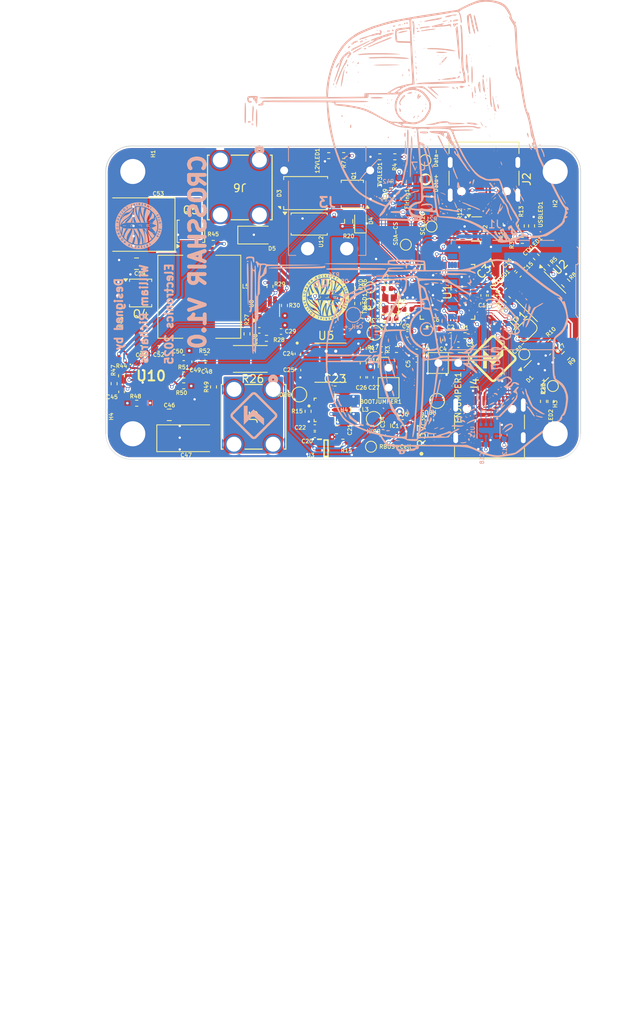
<source format=kicad_pcb>
(kicad_pcb (version 20241229) (generator "pcbnew") (generator_version "9.0")
  (layers (0 "F.Cu" signal) (4 "In1.Cu" signal) (6 "In2.Cu" signal) (2 "B.Cu" signal) (13 "F.Paste" user) (15 "B.Paste" user) (5 "F.SilkS" user "F.Silkscreen") (7 "B.SilkS" user "B.Silkscreen") (1 "F.Mask" user) (3 "B.Mask" user) (25 "Edge.Cuts" user))
  (net 0 "")
  (net 1 "+3V3")
  (net 2 "VBUS")
  (net 3 "RBUS_uC_V")
  (net 4 "/Power/BBIN")
  (net 5 "/Power/BIAS")
  (net 6 "/Power/BBOUT")
  (net 7 "/Power/LX1")
  (net 8 "/Power/LX2")
  (net 9 "/Power/SEL")
  (net 10 "/Power/FBIn")
  (net 11 "Net-(U3-ST)")
  (net 17 "Net-(3V3LED1-A)")
  (net 18 "Net-(12VLED1-A)")
  (net 19 "/BOOT")
  (net 20 "/CHIP_PU")
  (net 21 "Net-(C6-Pad1)")
  (net 22 "Net-(U1-XTAL_N)")
  (net 23 "Net-(C14-Pad1)")
  (net 24 "Net-(JP1-B)")
  (net 25 "/Voltage Regulation/SHNT_IN-")
  (net 26 "/Voltage Regulation/SHNT_IN+")
  (net 27 "Cell_+")
  (net 30 "/Voltage Regulation/DITH{slash}SYNC_2")
  (net 31 "/Voltage Regulation/VOUT_2")
  (net 32 "Net-(U10-COMP)")
  (net 33 "Net-(C49-Pad1)")
  (net 34 "/Voltage Regulation/VCC_2")
  (net 35 "Net-(U10-BOOT1)")
  (net 36 "Net-(Q4-D)")
  (net 37 "/Voltage Regulation/SW2_2")
  (net 38 "Net-(U10-BOOT2)")
  (net 39 "Net-(CRXLED1-A)")
  (net 40 "/CAN_RX")
  (net 41 "Net-(CTXLED1-A)")
  (net 42 "/CAN_TX")
  (net 43 "/CAN+")
  (net 44 "/CAN-")
  (net 45 "/Data-")
  (net 46 "/Data+")
  (net 47 "Net-(D3-K)")
  (net 48 "Net-(D4-A)")
  (net 49 "Net-(D5-A)")
  (net 50 "/Nuke 1")
  (net 51 "Net-(Firing1-K)")
  (net 52 "+16.8V")
  (net 53 "Net-(J2-CC2)")
  (net 54 "Net-(J2-CC1)")
  (net 57 "/PyroPWR")
  (net 58 "Net-(C35-Pad1)")
  (net 60 "/CAN-BUS/Vref")
  (net 61 "Net-(U1-XTAL_P)")
  (net 62 "Net-(Q4-G)")
  (net 63 "Net-(Q5-G)")
  (net 64 "Net-(TXLED1-A)")
  (net 65 "/TXD")
  (net 66 "Net-(U1-U0TXD{slash}PROG{slash}GPIO43)")
  (net 67 "+12V")
  (net 68 "Net-(U2-Rs)")
  (net 69 "Net-(USBLED1-A)")
  (net 70 "/Cont 1")
  (net 71 "/SCL_I2C")
  (net 72 "Net-(USBLED2-A)")
  (net 73 "/Voltage Regulation/ISN_2")
  (net 74 "/SDA")
  (net 75 "/Interrupt ")
  (net 76 "Net-(U10-EN{slash}UVLO)")
  (net 77 "Net-(U10-DR1H)")
  (net 78 "/Voltage Regulation/DR1L_2")
  (net 79 "Net-(U10-FSW)")
  (net 80 "Net-(U10-MODE)")
  (net 81 "Net-(U10-ILIM)")
  (net 82 "/RXD")
  (net 84 "/SD_DAT3")
  (net 88 "/Power/RBUS + Cell")
  (net 90 "/MOSI")
  (net 92 "/Chip_Selec")
  (net 95 "/SD_CMD")
  (net 98 "/MISO")
  (net 101 "/SCK_Baro")
  (net 104 "Cell_Out")
  (net 108 "/INT")
  (net 118 "GND")
  (net 119 "Net-(D3-A-Pad1)")
  (net 120 "/SD_CLK")
  (net 121 "/SD_DAT2")
  (net 122 "/SD_DET")
  (net 123 "/SD_DAT0")
  (net 124 "/SD_DAT1")
  (net 127 "/Stat")
  (net 128 "Net-(Q6-D)")
  (net 129 "/Cell-switch")
  (footprint "MountingHole:MountingHole_3.2mm_M3_DIN965_Pad" (layer "F.Cu") (at 142.425 74.59)
    (property "Reference" "H2")
    (property "Value" "MountingHole_Pad")
  )
  (footprint "TestPoint:TestPoint_Pad_D1.0mm" (layer "F.Cu") (at 126.615 81.62 90)
    (property "Reference" "TP12" (hide yes))
    (property "Value" "TestPoint")
  )
  (footprint "Resistor_SMD:R_0402_1005Metric" (layer "F.Cu") (at 107.816198 91.6989 90)
    (property "Reference" "R30")
    (property "Value" "3.3k")
  )
  (footprint "Resistor_SMD:R_0603_1608Metric" (layer "F.Cu") (at 143.775 88.84 135)
    (property "Reference" "R8")
    (property "Value" "0")
  )
  (footprint "Resistor_SMD:R_0402_1005Metric" (layer "F.Cu") (at 117.883004 97.172712 90)
    (property "Reference" "R17")
    (property "Value" "10k")
  )
  (footprint "Resistor_SMD:R_0402_1005Metric" (layer "F.Cu") (at 121.408891 76.293878 180)
    (property "Reference" "R19")
    (property "Value" "120")
  )
  (footprint "Resistor_SMD:R_0402_1005Metric" (layer "F.Cu") (at 139.407027 81.543795 -90)
    (property "Reference" "USBLED1")
    (property "Value" "WHITE_LED")
  )
  (footprint "Diode_SMD:D_1206_3216Metric" (layer "F.Cu") (at 104.135 82.71)
    (property "Reference" "D5")
    (property "Value" "954-S-102T")
  )
  (footprint "Capacitor_SMD:C_0402_1005Metric" (layer "F.Cu") (at 94.935 98.387999 180)
    (property "Reference" "C50")
    (property "Value" "4.7uF")
  )
  (footprint "Capacitor_SMD:C_0402_1005Metric" (layer "F.Cu") (at 107.375001 95.03 180)
    (property "Reference" "C29")
    (property "Value" "0.1uF")
  )
  (footprint "Resistor_SMD:R_0402_1005Metric" (layer "F.Cu") (at 136.335625 90.917675 135)
    (property "Reference" "R18")
    (property "Value" "1k")
  )
  (footprint "Capacitor_SMD:C_0402_1005Metric" (layer "F.Cu") (at 120.375 108.319998 90)
    (property "Reference" "C34")
    (property "Value" "40uF")
  )
  (footprint "Capacitor_SMD:C_0402_1005Metric" (layer "F.Cu") (at 133.285 90.420001 90)
    (property "Reference" "C11")
    (property "Value" "0.1uF")
  )
  (footprint "Resistor_SMD:R_0402_1005Metric" (layer "F.Cu") (at 115.384999 72.560001 180)
    (property "Reference" "R7")
    (property "Value" "3k")
  )
  (footprint "Package_TO_SOT_SMD:SOT-143" (layer "F.Cu") (at 132.375 81.94)
    (property "Reference" "D2")
    (property "Value" "SP0503BAHT")
  )
  (footprint "TestPoint:TestPoint_Pad_D1.0mm" (layer "F.Cu") (at 138.474293 97.94 -90)
    (property "Reference" "TP3" (hide yes))
    (property "Value" "TestPoint")
  )
  (footprint "Resistor_SMD:R_0402_1005Metric" (layer "F.Cu") (at 86.035 101.687997 -90)
    (property "Reference" "R47")
    (property "Value" "100k")
  )
  (footprint "LED_SMD:LED_0603_1608Metric" (layer "F.Cu") (at 117.523298 80.95035 90)
    (property "Reference" "D4")
    (property "Value" "RED_LED")
  )
  (footprint "Resistor_SMD:R_0402_1005Metric" (layer "F.Cu") (at 140.925 103.95 90)
    (property "Reference" "R25")
    (property "Value" "5.1k")
  )
  (footprint "TestPoint:TestPoint_Pad_D1.0mm" (layer "F.Cu") (at 125.824293 73.15)
    (property "Reference" "TP1" (hide yes))
    (property "Value" "TestPoint")
  )
  (footprint "TestPoint:TestPoint_Pad_D1.0mm" (layer "F.Cu") (at 125.824293 75.61)
    (property "Reference" "TP2" (hide yes))
    (property "Value" "TestPoint")
  )
  (footprint "Package_TO_SOT_SMD:LFPAK33" (layer "F.Cu") (at 116.688298 77.475353 180)
    (property "Reference" "Q1")
    (property "Value" "BUK9M11-40EX")
  )
  (footprint "TestPoint:TestPoint_Pad_D1.0mm" (layer "F.Cu") (at 123.325 83.94 90)
    (property "Reference" "TP11" (hide yes))
    (property "Value" "TestPoint")
  )
  (footprint "Resistor_SMD:R_0402_1005Metric" (layer "F.Cu") (at 105.965 89.270001 -90)
    (property "Reference" "R29")
    (property "Value" "3.3k")
  )
  (footprint "Resistor_SMD:R_0402_1005Metric" (layer "F.Cu") (at 126.525 108.34 90)
    (property "Reference" "R37")
    (property "Value" "1")
  )
  (footprint "Resistor_SMD:R_0402_1005Metric" (layer "F.Cu") (at 117.175 91.45 -90)
    (property "Reference" "TXLED1")
    (property "Value" "GREEN_LED")
  )
  (footprint "Resistor_SMD:R_0402_1005Metric" (layer "F.Cu") (at 135.825001 89.328299 -135)
    (property "Reference" "CRXLED1")
    (property "Value" "ORANGE_LED")
  )
  (footprint "Inductor_SMD:L_0402_1005Metric" (layer "F.Cu") (at 123.601 92.19 180)
    (property "Reference" "L2")
    (property "Value" "20nH")
  )
  (footprint "Resistor_SMD:R_0402_1005Metric" (layer "F.Cu") (at 140.000956 85.500311 -45)
    (property "Reference" "CTXLED1")
    (property "Value" "GREEN_LED")
  )
  (footprint "iclr:TPS552882QRPMRQ1" (layer "F.Cu") (at 90.76 100.7)
    (property "Reference" "U10")
    (property "Value" "TPS55288QRPMRQ1" (hide yes))
  )
  (footprint "TestPoint:TestPoint_Pad_D1.0mm" (layer "F.Cu") (at 142.125 101.99 -90)
    (property "Reference" "TP7" (hide yes))
    (property "Value" "TestPoint")
  )
  (footprint "Resistor_SMD:R_0402_1005Metric" (layer "F.Cu") (at 103.025 95.330001 90)
    (property "Reference" "R27")
    (property "Value" "10")
  )
  (footprint "Capacitor_SMD:C_0402_1005Metric" (layer "F.Cu") (at 123.525 94.44 180)
    (property "Reference" "C7")
    (property "Value" "1uF")
  )
  (footprint "Connector_PinHeader_2.54mm:PinHeader_1x02_P2.54mm_Vertical" (layer "F.Cu") (at 121.125 99.649996)
    (property "Reference" "BOOTJUMPER1")
    (property "Value" "Conn_01x02_Male")
  )
  (footprint "Connector_PinHeader_2.54mm:PinHeader_1x02_P2.54mm_Vertical" (layer "F.Cu") (at 130.025 99.05 -90)
    (property "Reference" "ENJUMPER1")
    (property "Value" "Conn_01x02_Male")
  )
  (footprint "TestPoint:TestPoint_Pad_D1.0mm" (layer "F.Cu") (at 118.775 89.39)
    (property "Reference" "TP10" (hide yes))
    (property "Value" "TestPoint")
  )
  (footprint "Capacitor_SMD:C_0402_1005Metric" (layer "F.Cu") (at 109.533005 99.959997 -90)
    (property "Reference" "C25")
    (property "Value" "4.7uF")
  )
  (footprint "Resistor_SMD:R_0402_1005Metric" (layer "F.Cu") (at 141.34446 86.843815 135)
    (property "Reference" "R5")
    (property "Value" "1k")
  )
  (footprint "iclr:SOTFL50P160X60-8N" (layer "F.Cu") (at 113.125004 109.939995)
    (property "Reference" "U3")
    (property "Value" "LM66200DRLR" (hide yes))
  )
  (footprint "Inductor_SMD:L_10.4x10.4_H4.8" (layer "F.Cu") (at 96.926097 90.59 -90)
    (property "Reference" "L5")
    (property "Value" "4.7uH")
  )
  (footprint "Capacitor_SMD:C_0402_1005Metric" (layer "F.Cu") (at 127.695 96.12 90)
    (property "Reference" "C4")
    (property "Value" "1uF")
  )
  (footprint "Capacitor_SMD:C_0402_1005Metric" (layer "F.Cu") (at 124.725 97.64 180)
    (property "Reference" "C1")
    (property "Value" "10uF")
  )
  (footprint "Resistor_SMD:R_0402_1005Metric" (layer "F.Cu") (at 120.002448 72.715)
    (property "Reference" "3V3LED1")
    (property "Value" "BLUE_LED")
  )
  (footprint "Capacitor_SMD:C_0402_1005Metric" (layer "F.Cu") (at 122.925 106.639998 180)
    (property "Reference" "C36")
    (property "Value" "1uF")
  )
  (footprint "Resistor_SMD:R_0402_1005Metric" (layer "F.Cu") (at 121.922448 72.715)
    (property "Reference" "R4")
    (property "Value" "470")
  )
  (footprint "iclr:USB_C_Receptacle_Palconn_UTC16-G" (layer "F.Cu") (at 134.025 106.35)
    (property "Reference" "J4")
    (property "Value" "USB_C_Receptacle_USB2.0")
  )
  (footprint "Package_TO_SOT_SMD:SOT-23-8" (layer "F.Cu") (at 105.625807 92.321473 90)
    (property "Reference" "U8")
    (property "Value" "INA219AxDCN")
  )
  (footprint "Capacitor_SMD:C_0402_1005Metric" (layer "F.Cu") (at 118.793003 100.879997 90)
    (property "Reference" "C27")
    (property "Value" "0.1uF")
  )
  (footprint "Capacitor_SMD:C_0402_1005Metric" (layer "F.Cu") (at 120.951 89.54)
    (property "Reference" "C13")
    (property "Value" "11pF")
  )
  (footprint "Package_TO_SOT_SMD:TO-277B" (layer "F.Cu") (at 110.523298 77.350353 90)
    (property "Reference" "D3")
    (property "Value" "DST1550S")
  )
  (footprint "Capacitor_SMD:C_0603_1608Metric" (layer "F.Cu") (at 114.283003 102.504998)
    (property "Reference" "C23")
    (property "Value" "22uF")
  )
  (footprint "Jumper:SolderJumper-2_P1.3mm_Open_RoundedPad1.0x1.5mm" (layer "F.Cu") (at 138.692809 94.869475 -135)
    (property "Reference" "JP1")
    (property "Value" "TermJP")
  )
  (footprint "Capacitor_Tantalum_SMD:CP_EIA-6032-28_Kemet-C" (layer "F.Cu") (at 95.255 108.66)
    (property "Reference" "C47")
    (property "Value" "82uF")
  )
  (footprint "Capacitor_SMD:C_0402_1005Metric" (layer "F.Cu") (at 126.525 106.34 90)
    (property "Reference" "C35")
    (property "Value" "10uF")
  )
  (footprint "Resistor_SMD:R_2512_6332Metric_Pad1.40x3.35mm_HandSolder" (layer "F.Cu") (at 103.445 98.53)
    (property "Reference" "R26")
    (property "Value" "2m")
  )
  (footprint "Resistor_SMD:R_0402_1005Metric" (layer "F.Cu") (at 115.275002 109.159997 180)
    (property "Reference" "R14")
    (property "Value" "10k")
  )
  (footprint "Capacitor_SMD:C_0402_1005Metric" (layer "F.Cu") (at 129.055 95.55 180)
    (property "Reference" "C2")
    (property "Value" "1uF")
  )
  (footprint "Package_TO_SOT_SMD:LFPAK33" (layer "F.Cu") (at 95.855 82.425 90)
    (property "Reference" "Q5")
    (property "Value" "BUK9M11-40EX")
  )
  (footprint "MountingHole:MountingHole_3.2mm_M3_DIN965_Pad" (layer "F.Cu") (at 88.425 74.59)
    (property "Reference" "H1")
    (property "Value" "MountingHole_Pad")
  )
  (footprint "Capacitor_SMD:C_0402_1005Metric" (layer "F.Cu") (at 111.693004 108.219996 180)
    (property "Reference" "C20")
    (property "Value" "10uF")
  )
  (footprint "Resistor_SMD:R_0603_1608Metric" (layer "F.Cu") (at 116.023298 80.95035 90)
    (property "Reference" "R20")
    (property "Value" "120")
  )
  (footprint "Resistor_SMD:R_0402_1005Metric" (layer "F.Cu") (at 138.089177 81.55 -90)
    (property "Reference" "R13")
    (property "Value" "5.1k")
  )
  (footprint "Resistor_SMD:R_0402_1005Metric" (layer "F.Cu") (at 113.475001 72.569998)
    (property "Reference" "12VLED1")
    (property "Value" "RED_LED")
  )
  (footprint "Capacitor_SMD:C_0402_1005Metric" (layer "F.Cu") (at 96.335002 98.887998 -90)
    (property "Reference" "C49")
    (property "Value" "1.2nf")
  )
  (footprint "Crystal:Crystal_SMD_2016-4Pin_2.0x1.6mm" (layer "F.Cu") (at 121.251 91.44 90)
    (property "Reference" "Y1")
    (property "Value" "R940000171")
  )
  (footprint "Capacitor_SMD:C_0402_1005Metric" (layer "F.Cu") (at 89.505 97.2)
    (property "Reference" "C51")
    (property "Value" "0.1uF")
  )
  (footprint "Resistor_SMD:R_0402_1005Metric" (layer "F.Cu") (at 138.225 83.39)
    (property "Reference" "R35")
    (property "Value" "10k")
  )
  (footprint "iclr:rae_logo_6mm" (layer "F.Cu") (at 134.495 98.49 90)
    (property "Reference" "G***" (hide yes))
    (property "Value" "LOGO" (hide yes))
  )
  (footprint "Capacitor_SMD:C_0805_2012Metric" (layer "F.Cu") (at 93.084999 105.67 180)
    (property "Reference" "C46")
    (property "Value" "22uF")
  )
  (footprint "Resistor_SMD:R_0402_1005Metric" (layer "F.Cu") (at 86.985001 100.687998 -90)
    (property "Reference" "R44")
    (property "Value" "178k")
  )
  (footprint "MountingHole:MountingHole_3.2mm_M3_DIN965_Pad" (layer "F.Cu") (at 88.425 108.09)
    (property "Reference" "H4")
    (property "Value" "MountingHole_Pad")
  )
  (footprint "Resistor_SMD:R_0402_1005Metric" (layer "F.Cu") (at 117.175 89.54 90)
    (property "Reference" "R6")
    (property "Value" "499R")
  )
  (footprint "Resistor_SMD:R_0402_1005Metric" (layer "F.Cu") (at 117.883003 99.032713 90)
    (property "Reference" "R16")
    (property "Value" "56k")
  )
  (footprint "Package_SO:SOIC-8_3.9x4.9mm_P1.27mm" (layer "F.Cu") (at 140.586701 90.566777 -45)
    (property "Reference" "U2")
    (property "Value" "SN65HVD230")
  )
  (footprint "Resistor_SMD:R_0402_1005Metric" (layer "F.Cu") (at 94.935 101.968)
    (property "Reference" "R50")
    (property "Value" "6.19k")
  )
  (footprint "Resistor_SMD:R_0402_1005Metric" (layer "F.Cu") (at 98.745 102.11 90)
    (property "Reference" "R49")
    (property "Value" "10m")
  )
  (footprint "Resistor_SMD:R_0402_1005Metric" (layer "F.Cu") (at 110.833002 105.219997 -90)
    (property "Reference" "R15")
    (property "Value" "14k")
  )
  (footprint "TestPoint:TestPoint_Pad_D1.5mm" (layer "F.Cu") (at 127.325 103.89 -90)
    (property "Reference" "TP5" (hide yes))
    (property "Value" "TestPoint")
  )
  (footprint "Capacitor_SMD:C_0402_1005Metric" (layer "F.Cu") (at 142.021963 98.206187 -135)
    (property "Reference" "C17")
    (property "Value" "47nF")
  )
  (footprint "Resistor_SMD:R_0402_1005Metric" (layer "F.Cu") (at 117.615 92.941 180)
    (property "Reference" "R2")
    (property "Value" "470")
  )
  (footprint "Capacitor_SMD:C_0402_1005Metric" (layer "F.Cu") (at 97.735 99.387999 180)
    (property "Reference" "C48")
    (property "Value" "15pF")
  )
  (footprint "Capacitor_SMD:C_0402_1005Metric" (layer "F.Cu") (at 109.536817 97.880489 90)
    (property "Reference" "C24")
    (property "Value" "10uF")
  )
  (footprint "iclr:CONN_7788_KEY" (layer "F.Cu") (at 104.605 73.129999 -90)
    (property "Reference" "J6")
    (property "Value" "7788")
  )
  (footprint "Capacitor_SMD:C_0402_1005Metric" (layer "F.Cu") (at 134.225 90.42 90)
    (property "Reference" "C10")
    (property "Value" "0.1uF")
  )
  (footprint "Resistor_SMD:R_0603_1608Metric" (layer "F.Cu") (at 143.798569 98.126637 -135)
    (property "Reference" "R9")
    (property "Value" "60")
  )
  (footprint "TestPoint:TestPoint_Pad_D1.5mm" (layer "F.Cu") (at 109.713002 103.069998 90)
    (property "Reference" "TP8" (hide yes))
    (property "Value" "TestPoint")
  )
  (footprint "LED_SMD:LED_0402_1005Metric" (layer "F.Cu") (at 123.316391 76.293878)
    (property "Reference" "Firing1")
    (property "Value" "EMERALD_LED")
  )
  (footprint "iclr:SOIC127P599X175-9N" (layer "F.Cu") (at 113.701815 99.010487)
    (property "Reference" "U5")
    (property "Value" "SC4215ASTRT")
  )
  (footprint "Capacitor_SMD:C_0402_1005Metric" (layer "F.Cu") (at 124.725 98.58 180)
    (property "Reference" "C5")
    (property "Value" "0.1uF")
  )
  (footprint "Resistor_SMD:R_0402_1005Metric" (layer "F.Cu") (at 88.925 104.187999 180)
    (property "Reference" "R48")
    (property "Value" "50k")
  )
  (footprint "Resistor_SMD:R_0402_1005Metric" (layer "F.Cu") (at 94.935001 100.577998 180)
    (property "Reference" "R51")
    (property "Value" "31.6k")
  )
  (footprint "Capacitor_SMD:C_0402_1005Metric" (layer "F.Cu") (at 121.621 93.39 180)
    (property "Reference" "C14")
    (property "Value" "11pF")
  )
  (footprint "Capacitor_SMD:C_0402_1005Metric" (layer "F.Cu") (at 117.873001 100.879998 90)
    (property "Reference" "C26")
    (property "Value" "10uF")
  )
  (footprint "Capacitor_SMD:C_0402_1005Metric" (layer "F.Cu") (at 86.985 102.738001 90)
    (property "Reference" "C45")
    (property "Value" "10nF")
  )
  (footprint "Inductor_SMD:L_0402_1005Metric" (layer "F.Cu") (at 126.695 96.135 90)
    (property "Reference" "L1")
    (property "Value" "2.0nH")
  )
  (footprint "Capacitor_Tantalum_SMD:CP_EIA-7260-20_AVX-M" (layer "F.Cu") (at 89.455001 81.369998 180)
    (property "Reference" "C53")
    (property "Value" "180uF")
  )
  (footprint "Capacitor_SMD:C_0402_1005Metric" (layer "F.Cu") (at 137.045251 87.041803 45)
    (property "Reference" "C16")
    (property "Value" "10uF")
  )
  (footprint "Resistor_SMD:R_0402_1005Metric" (layer "F.Cu") (at 98.704999 83.769998)
    (property "Reference" "R45")
    (property "Value" "10")
  )
  (footprint "Resistor_SMD:R_0402_1005Metric" (layer "F.Cu") (at 135.395 81.35 -90)
    (property "Reference" "R11")
    (property "Value" "5.1k")
  )
  (footprint "iclr:CONN_7788_KEY" (layer "F.Cu") (at 106.365 102.42 -90)
    (property "Reference" "J5")
    (property "Value" "7788")
  )
  (footprint "iclr:CONV_MAX77827AEFD+T" (layer "F.Cu") (at 113.103004 105.037072)
    (property "Reference" "U4")
    (property "Value" "MAX77827AEFD+T")
  )
  (footprint "iclr:iclr_logo_estd2018_6mm" (layer "F.Cu") (at 113.075 90.65 90)
    (property "Reference" "G***" (hide yes))
    (property "Value" "LOGO" (hide yes))
  )
  (footprint "Package_SO:SOP-4_4.4x2.6mm_P1.27mm" (layer "F.Cu") (at 110.973298 81.300353)
    (property "Reference" "U12")
    (property "Value" "TCMT1109")
  )
  (footprint "Capacitor_SMD:C_0402_1005Metric" (layer "F.Cu") (at 127.145 94.69)
    (property "Reference" "C6")
    (property "Value" "0.1uF")
  )
  (footprint "Resistor_SMD:R_0402_1005Metric" (layer "F.Cu") (at 141.875 103.96 90)
    (property "Reference" "USBLED2")
    (property "Value" "WHITE_LED")
  )
  (footprint "Resistor_SMD:R_0402_1005Metric" (layer "F.Cu") (at 122.134998 97.324996 180)
    (property "Reference" "R3")
    (property "Value" "10K")
  )
  (footprint "Capacitor_SMD:C_0402_1005Metric" (layer "F.Cu") (at 123.525 95.39 180)
    (property "Reference" "C9")
    (property "Value" "10nF")
  )
  (footprint "MountingHole:MountingHole_3.2mm_M3_DIN965_Pad" (layer "F.Cu") (at 142.425 108.09)
    (property "Reference" "H3")
    (property "Value" "MountingHole_Pad")
  )
  (footprint "Resistor_SMD:R_0402_1005Metric" (layer "F.Cu") (at 131.425 79.74)
    (property "Reference" "R12")
    (property "Value" "5.1k")
  )
  (footprint "Capacitor_SMD:C_0402_1005Metric" (layer "F.Cu") (at 134.464411 87.850589 45)
    (property "Reference" "C37")
    (property "Value" "10uF")
  )
  (footprint "Capacitor_SMD:C_0603_1608Metric" (layer "F.Cu") (at 114.470859 107.57562)
    (property "Reference" "C21")
    (property "Value" "10uF")
  )
  (footprint "iclr:SON50P300X300X80-11N-D" (layer "F.Cu") (at 123.425002 108.989993 180)
    (property "Reference" "IC1")
    (property "Value" "LTC4413EDD#PBF" (hide yes))
  )
  (footprint "Capacitor_SMD:C_0402_1005Metric" (layer "F.Cu") (at 111.693002 107.299998 180)
    (property "Reference" "C22")
    (property "Value" "1uF")
  )
  (footprint "Resistor_SMD:R_0402_1005Metric" (layer "F.Cu") (at 130.895 95.55 180)
    (property "Reference" "R1")
    (property "Value" "10K")
  )
  (footprint "Inductor_SMD:L_0805_2012Metric" (layer "F.Cu") (at 116.850963 105.03243 90)
    (property "Reference" "L3")
    (property "Value" "1uH")
  )
  (footprint "Capacitor_SMD:C_0805_2012Metric" (layer "F.Cu") (at 88.905001 86.369999)
    (property "Reference" "C54")
    (property "Value" "22uF")
  )
  (footprint "Capacitor_SMD:C_0402_1005Metric" (layer "F.Cu") (at 137.745286 87.74891 45)
    (property "Reference" "C15")
    (property "Value" "100nF")
  )
  (footprint "Capacitor_SMD:C_0402_1005Metric" (layer "F.Cu") (at 91.735 97.187998)
    (property "Reference" "C52")
    (property "Value" "0.1uF")
  )
  (footprint "Capacitor_SMD:C_0402_1005Metric" (layer "F.Cu") (at 130.05 96.71 180)
    (property "Reference" "C3")
    (property "Value" "0.1uF")
  )
  (footprint "Package_TO_SOT_SMD:SOT-23" (layer "F.Cu") (at 140.015548 100.283313 45)
    (property "Reference" "D1")
    (property "Value" "SM712_SOT23")
  )
  (footprint "TestPoint:TestPoint_Pad_D1.5mm" (layer "F.Cu") (at 119.225 106.19 90)
    (property "Reference" "TP4" (hide yes))
    (property "Value" "TestPoint")
  )
  (footprint "TestPoint:TestPoint_Pad_D1.0mm" (layer "F.Cu") (at 118.775 91.49 180)
    (property "Reference" "TP9" (hide yes))
    (property "Value" "TestPoint")
  )
  (footprint "iclr:USB_C_Receptacle_Palconn_UTC16-G" (layer "F.Cu") (at 133.325 75.675 180)
    (property "Reference" "J2")
    (property "Value" "USB_C_Receptacle_USB2.0")
  )
  (footprint "Capacitor_SMD:C_0402_1005Metric" (layer "F.Cu") (at 104.595001 94.88)
    (property "Reference" "C28")
    (property "Value" "0.1uF")
  )
  (footprint "Resistor_SMD:R_0402_1005Metric" (layer "F.Cu") (at 97.765003 98.387998 180)
    (property "Reference" "R52")
    (property "Value" "160k")
  )
  (footprint "Resistor_SMD:R_0402_1005Metric" (layer "F.Cu") (at 86.835 92.53 180)
    (property "Reference" "R46")
    (property "Value" "10")
  )
  (footprint "Resistor_SMD:R_0402_1005Metric" (layer "F.Cu") (at 105.515001 95.9 180)
    (property "Reference" "R28")
    (property "Value" "10")
  )
  (footprint "TestPoint:TestPoint_Pad_D1.0mm" (layer "F.Cu") (at 118.875 109.74 -90)
    (property "Reference" "TP13" (hide yes))
    (property "Value" "TestPoint")
  )
  (footprint "Resistor_SMD:R_0603_1608Metric" (layer "F.Cu") (at 142.030802 96.500292 45)
    (property "Reference" "R10")
    (property "Value" "60")
  )
  (footprint "Package_TO_SOT_SMD:LFPAK33" (layer "F.Cu") (at 89.223284 90.108462)
    (property "Reference" "Q4")
    (property "Value" "BUK9M11-40EX")
  )
  (footprint "TestPoint:TestPoint_Pad_D1.5mm" (layer "F.Cu") (at 119.325 95.19)
    (property "Reference" "TP6" (hide yes))
    (property "Value" "TestPoint")
  )
  (footprint "Capacitor_SMD:C_0402_1005Metric" (layer "F.Cu") (at 120.225002 97.324998 180)
    (property "Reference" "C8")
    (property "Value" "0.1uF")
  )
  (footprint "iclr:QFN40P700X700X90-57N" (layer "F.Cu") (at 128.655 89.965 90)
    (property "Reference" "U1")
    (property "Value" "ESP32-S3")
  )
  (footprint "Resistor_SMD:R_0402_1005Metric" (layer "B.Cu") (at 114.15 88.72 90)
    (property "Reference" "R36")
    (property "Value" "100k")
  )
  (footprint "iclr:XDCR_DPS310" (layer "B.Cu") (at 133.9 107.665 90)
    (property "Reference" "U11")
    (property "Value" "DPS368")
  )
  (footprint "Capacitor_SMD:C_0402_1005Metric" (layer "B.Cu") (at 122.395 78.18 90)
    (property "Reference" "C19")
    (property "Value" "100nF")
  )
  (footprint "Capacitor_SMD:C_0402_1005Metric" (layer "B.Cu") (at 133.075657 109.44 180)
    (property "Reference" "C18")
    (property "Value" "100nF")
  )
  (footprint "Resistor_SMD:R_0402_1005Metric" (layer "B.Cu") (at 122.495 75.94 90)
    (property "Reference" "R42")
    (property "Value" "10k")
  )
  (footprint "iclr:rae_logo_6mm" (layer "B.Cu") (at 103.905 105.77 -90)
    (property "Reference" "G***" (hide yes))
    (property "Value" "LOGO" (hide yes))
  )
  (footprint "iclr:SOT-723" (layer "B.Cu") (at 113.75 90.69 180)
    (property "Reference" "Q6")
    (property "Value" "SSM3K15AMFV,L3F")
  )
  (footprint "iclr:iclr_logo_estd2018_6mm" (layer "B.Cu") (at 89.175 81.52 -90)
    (property "Reference" "G***" (hide yes))
    (property "Value" "LOGO" (hide yes))
  )
  (footprint "Resistor_SMD:R_0402_1005Metric" (layer "B.Cu") (at 124.185 79.81)
    (property "Reference" "R22")
    (property "Value" "10k")
  )
  (footprint "Resistor_SMD:R_0402_1005Metric" (layer "B.Cu") (at 126.615 79.819999)
    (property "Reference" "R21")
    (property "Value" "10k")
  )
  (footprint "TestPoint:TestPoint_Pad_D1.5mm" (layer "B.Cu") (at 116.625 92.89 -90)
    (property "Reference" "TP14")
    (property "Value" "TestPoint")
  )
  (footprint "Package_TO_SOT_SMD:SOT-23" (layer "B.Cu") (at 116.79 88.6125)
    (property "Reference" "Q8")
    (property "Value" "DMP3099L")
  )
  (footprint "iclr:Crosshair" (layer "B.Cu") (at 123.091568 82.053277 -90)
    (property "Reference" "G***" (hide yes))
    (property "Value" "LOGO" (hide yes))
  )
  (footprint "iclr:XT30PWM" (layer "B.Cu") (at 113.275 78.54 180)
    (property "Reference" "J3")
    (property "Value" "XT30PW-M" (hide yes))
  )
  (footprint "iclr:BU27006MUCZTR" (layer "B.Cu") (at 125.275001 76.69 90)
    (property "Reference" "U7")
    (property "Value" "BU27006MUC-ZTR" (hide yes))
  )
  (footprint "Connector_Card:microSD_HC_Hirose_DM3AT-SF-PEJM5" (layer "B.Cu") (at 137.025 90.360001 -90)
    (property "Reference" "J1")
    (property "Value" "ST1W008S4TR2000")
  )
  (footprint "Capacitor_SMD:C_0402_1005Metric" (layer "B.Cu") (at 135.91 108.255 90)
    (property "Reference" "C12")
    (property "Value" "100nF")
  )
  (gr_line (start 84.973097 74.59) (end 84.973097 108.09) (stroke (width 0.1)) (layer "Edge.Cuts"))
  (gr_arc (start 145.675 108.09) (mid 144.723097 110.388097) (end 142.425 111.34) (stroke (width 0.05)) (layer "Edge.Cuts"))
  (gr_arc (start 84.973097 74.59) (mid 85.925 72.291903) (end 88.223097 71.34) (stroke (width 0.1)) (layer "Edge.Cuts"))
  (gr_line (start 142.425 111.34) (end 88.2231 111.34) (stroke (width 0.05)) (layer "Edge.Cuts"))
  (gr_arc (start 88.223097 111.34) (mid 85.925 110.388097) (end 84.973097 108.09) (stroke (width 0.05)) (layer "Edge.Cuts"))
  (gr_arc (start 142.425 71.34) (mid 144.723097 72.291903) (end 145.675 74.59) (stroke (width 0.1)) (layer "Edge.Cuts"))
  (gr_line (start 145.675 108.09) (end 145.675 74.59) (stroke (width 0.1)) (layer "Edge.Cuts"))
  (gr_line (start 142.425 71.34) (end 88.223097 71.34) (stroke (width 0.1)) (layer "Edge.Cuts"))
  (gr_text "CROSSHAIR V1.0" (at 97.885 72.22 90) (layer "B.SilkS") (effects (font (size 2 2) (thickness 0.5) (bold yes)) (justify left bottom mirror)))
  (gr_text "Designed by\n\nWilliam Richards\n\nElectronics 2025" (at 93.655 92.8 90) (layer "B.SilkS") (effects (font (size 1 1) (thickness 0.25) (bold yes)) (justify bottom mirror)))
  (segment (start 136.696249 91.278299) (end 137.085625 91.667675) (width 0.25) (layer "F.Cu") (net 1))
  (segment (start 137.325 83.000001) (end 137.715 83.390001) (width 0.2) (layer "F.Cu") (net 1))
  (segment (start 125.945 96.62) (end 126.695 96.62) (width 0.2) (layer "F.Cu") (net 1))
  (segment (start 137.325 82.89) (end 137.325 83.000001) (width 0.2) (layer "F.Cu") (net 1))
  (segment (start 127.675 96.62) (end 127.695 96.6) (width 0.25) (layer "F.Cu") (net 1))
  (segment (start 124.024447 94.44) (end 124.066716 94.482269) (width 0.25) (layer "F.Cu") (net 1))
  (segment (start 118.125 93.04) (end 118.125 92.941) (width 0.2) (layer "F.Cu") (net 1))
  (segment (start 142.200058 87.699413) (end 141.705084 87.204439) (width 0.2) (layer "F.Cu") (net 1))
  (segment (start 122.432448 72.715) (end 123.112448 72.715) (width 0.2) (layer "F.Cu") (net 1))
  (segment (start 125.21 93.145) (end 124.025 94.33) (width 0.25) (layer "F.Cu") (net 1))
  (segment (start 124.076716 94.472269) (end 124.066716 94.482269) (width 0.2) (layer "F.Cu") (net 1))
  (segment (start 124.25 88.565) (end 125.21 88.565) (width 0.2) (layer "F.Cu") (net 1))
  (segment (start 124.005 94.94) (end 124.005 95.39) (width 0.25) (layer "F.Cu") (net 1))
  (segment (start 124.23 94.125) (end 124.025 94.33) (width 0.2) (layer "F.Cu") (net 1))
  (segment (start 125.205 98.58) (end 125.205 97.64) (width 0.2) (layer "F.Cu") (net 1))
  (segment (start 125.205 97.64) (end 125.205 97.36) (width 0.2) (layer "F.Cu") (net 1))
  (segment (start 122.644997 96.709997) (end 122.625 96.69) (width 0.25) (layer "F.Cu") (net 1))
  (segment (start 125.625 96.94) (end 125.945 96.62) (width 0.2) (layer "F.Cu") (net 1))
  (segment (start 134.669988 90.9) (end 136.125 92.355012) (width 0.25) (layer "F.Cu") (net 1))
  (segment (start 131.475 96.19) (end 131.5425 96.1225) (width 0.2) (layer "F.Cu") (net 1))
  (segment (start 124.125 88.44) (end 124.25 88.565) (width 0.2) (layer "F.Cu") (net 1))
  (segment (start 114.167391 80.093878) (end 114.167391 80.65876) (width 0.2) (layer "F.Cu") (net 1))
  (segment (start 125.21 92.165) (end 125.21 93.145) (width 0.25) (layer "F.Cu") (net 1))
  (segment (start 133.925 88.19) (end 134.124999 88.19) (width 0.25) (layer "F.Cu") (net 1))
  (segment (start 119.355 95.22) (end 119.325 95.19) (width 0.25) (layer "F.Cu") (net 1))
  (segment (start 132.1 90.565) (end 132.949999 90.565) (width 0.25) (layer "F.Cu") (net 1))
  (segment (start 126.695 96.62) (end 127.675 96.62) (width 0.25) (layer "F.Cu") (net 1))
  (segment (start 114.167391 80.65876) (end 114.160798 80.665353) (width 0.2) (layer "F.Cu") (net 1))
  (segment (start 120.165 95.22) (end 119.355 95.22) (width 0.25) (layer "F.Cu") (net 1))
  (segment (start 118.475 93.39) (end 118.125 93.04) (width 0.2) (layer "F.Cu") (net 1))
  (segment (start 124.005 94.44) (end 124.005 94.94) (width 0.25) (layer "F.Cu") (net 1))
  (segment (start 133.725 88.39) (end 133.925 88.19) (width 0.25) (layer "F.Cu") (net 1))
  (segment (start 133.285 90.900001) (end 134.225 90.9) (width 0.25) (layer "F.Cu") (net 1))
  (segment (start 105.935 88.79) (end 105.965 88.76) (width 0.25) (layer "F.Cu") (net 1))
  (segment (start 125.205 97.36) (end 125.625 96.94) (width 0.2) (layer "F.Cu") (net 1))
  (segment (start 137.085625 91.667675) (end 137.135625 91.717675) (width 0.25) (layer "F.Cu") (net 1))
  (segment (start 132.949999 90.565) (end 133.285 90.900001) (width 0.25) (layer "F.Cu") (net 1))
  (segment (start 124.005 94.94) (end 124.425 94.94) (width 0.25) (layer "F.Cu") (net 1))
  (segment (start 116.171817 99.64549) (end 117.780228 99.645488) (width 0.9) (layer "F.Cu") (net 1))
  (segment (start 122.644997 97.324996) (end 122.644997 96.709997) (width 0.25) (layer "F.Cu") (net 1))
  (segment (start 131.5425 96.1225) (end 131.5425 95.54) (width 0.2) (layer "F.Cu") (net 1))
  (segment (start 105.345 88.79) (end 105.935 88.79) (width 0.25) (layer "F.Cu") (net 1))
  (segment (start 134.225 90.9) (end 134.669988 90.9) (width 0.25) (layer "F.Cu") (net 1))
  (segment (start 124.005 94.44) (end 124.024447 94.44) (width 0.25) (layer "F.Cu") (net 1))
  (via (at 120.165 95.22) (size 0.45) (drill 0.3) (layers "F.Cu" "B.Cu") (net 1))
  (via (at 125.625 96.94) (size 0.45) (drill 0.3) (layers "F.Cu" "B.Cu") (net 1))
  (via (at 137.135625 91.717675) (size 0.45) (drill 0.3) (layers "F.Cu" "B.Cu") (net 1))
  (via (at 124.125 88.44) (size 0.45) (drill 0.3) (layers "F.Cu" "B.Cu") (net 1))
  (via (at 114.167391 80.093878) (size 0.45) (drill 0.3) (layers "F.Cu" "B.Cu") (net 1))
  (via (at 125.655 98.11) (size 0.45) (drill 0.3) (layers "F.Cu" "B.Cu") (net 1))
  (via (at 125.465 79.82) (size 0.45) (drill 0.3) (layers "F.Cu" "B.Cu") (net 1))
  (via (at 122.625 96.69) (size 0.45) (drill 0.3) (layers "F.Cu" "B.Cu") (net 1))
  (via (at 135.91 109.505) (size 0.45) (drill 0.3) (layers "F.Cu" "B.Cu") (net 1))
  (via (at 133.725 88.39) (size 0.45) (drill 0.3) (layers "F.Cu" "B.Cu") (net 1))
  (via (at 105.345 88.79) (size 0.45) (drill 0.3) (layers "F.Cu" "B.Cu") (net 1))
  (via (at 118.475 93.39) (size 0.45) (drill 0.3) (layers "F.Cu" "B.Cu") (net 1))
  (via (at 122.495 74.630001) (size 0.45) (drill 0.3) (layers "F.Cu" "B.Cu") (net 1))
  (via (at 142.200058 87.699413) (size 0.45) (drill 0.3) (layers "F.Cu" "B.Cu") (net 1))
  (via (at 123.112448 72.715) (size 0.45) (drill 0.3) (layers "F.Cu" "B.Cu") (net 1))
  (via (at 131.475 96.19) (size 0.45) (drill 0.3) (layers "F.Cu" "B.Cu") (net 1))
  (via (at 122.955 79.8) (size 0.45) (drill 0.3) (layers "F.Cu" "B.Cu") (net 1))
  (via (at 121.655 78.66) (size 0.45) (drill 0.3) (layers "F.Cu" "B.Cu") (net 1))
  (via (at 118.808002 99.514996) (size 0.8) (drill 0.4) (layers "F.Cu" "B.Cu") (net 1))
  (via (at 137.325 82.89) (size 0.45) (drill 0.3) (layers "F.Cu" "B.Cu") (net 1))
  (via (at 136.635 86.81) (size 0.45) (drill 0.3) (layers "F.Cu" "B.Cu") (net 1))
  (via (at 133.555 110.09) (size 0.45) (drill 0.3) (layers "F.Cu" "B.Cu") (net 1))
  (via (at 107.866194 92.998895) (size 0.45) (drill 0.3) (layers "F.Cu" "B.Cu") (net 1))
  (via (at 124.425 94.94) (size 0.45) (drill 0.3) (layers "F.Cu" "B.Cu") (net 1))
  (via (at 136.125 92.355012) (size 0.45) (drill 0.3) (layers "F.Cu" "B.Cu") (net 1))
  (via (at 107.865 94.23) (size 0.45) (drill 0.3) (layers "F.Cu" "B.Cu") (net 1))
  (segment (start 129.595466 89.71) (end 129.435 89.71) (width 0.25) (layer "B.Cu") (net 1))
  (segment (start 134.875 108.39) (end 135.565 108.39) (width 0.2) (layer "B.Cu") (net 1))
  (segment (start 132.195 89.92) (end 129.805466 89.92) (width 0.25) (layer "B.Cu") (net 1))
  (segment (start 123.475 79.81) (end 123.485 79.82) (width 0.2) (layer "B.Cu") (net 1))
  (segment (start 122.395 78.66) (end 123.665 78.66) (width 0.2) (layer "B.Cu") (net 1))
  (segment (start 133.555 108.41) (end 133.575 108.39) (width 0.2) (layer "B.Cu") (net 1))
  (segment (start 125.465 79.82) (end 126.105 79.820001) (width 0.2) (layer "B.Cu") (net 1))
  (segment (start 133.725 88.39) (end 132.195 89.92) (width 0.25) (layer "B.Cu") (net 1))
  (segment (start 133.555 110.09) (end 133.555 108.41) (width 0.2) (layer "B.Cu") (net 1))
  (segment (start 133.555657 109.44) (end 133.555657 110.089343) (width 0.25) (layer "B.Cu") (net 1))
  (segment (start 133.555657 110.089343) (end 133.555 110.09) (width 0.25) (layer "B.Cu") (net 1))
  (segment (start 135.565 108.39) (end 135.91 108.735) (width 0.2) (layer "B.Cu") (net 1))
  (segment (start 121.655 78.66) (end 122.395 78.66) (width 0.2) (layer "B.Cu") (net 1))
  (segment (start 124.525 77.79) (end 123.665 78.65) (width 0.2) (layer "B.Cu") (net 1))
  (segment (start 122.495 74.630001) (end 122.495001 75.430001) (width 0.2) (layer "B.Cu") (net 1))
  (segment (start 135.91 109.505) (end 135.91 108.735) (width 0.2) (layer "B.Cu") (net 1))
  (segment (start 123.665 78.65) (end 123.665 78.66) (width 0.2) (layer "B.Cu") (net 1))
  (segment (start 122.964999 79.81) (end 123.675 79.81) (width 0.2) (layer "B.Cu") (net 1))
  (segment (start 129.805466 89.92) (end 129.595466 89.71) (width 0.25) (layer "B.Cu") (net 1))
  (segment (start 130.295 81.81) (end 130.295 79.455015) (width 0.25) (layer "F.Cu") (net 2))
  (segment (start 111.657836 109.947911) (end 111.657836 109.947913) (width 0.25) (layer "F.Cu") (net 2))
  (segment (start 131.825 76.99) (end 131.575 76.99) (width 0.25) (layer "F.Cu") (net 2))
  (segment (start 138.089177 81.04) (end 135.725 78.675823) (width 0.25) (layer "F.Cu") (net 2))
  (segment (start 131.425 82.94) (end 130.295 81.81) (width 0.25) (layer "F.Cu") (net 2))
  (segment (start 130.225 82.89) (end 131.375 82.89) (width 0.25) (layer "F.Cu") (net 2))
  (segment (start 135.725 78.675823) (end 135.725 78.185) (width 0.25) (layer "F.Cu") (net 2))
  (segment (start 131.575 76.99) (end 130.925 77.64) (width 0.25) (layer "F.Cu") (net 2))
  (segment (start 111.657836 109.947913) (end 111.89992 110.189997) (width 0.25) (layer "F.Cu") (net 2))
  (segment (start 135.025 76.99) (end 135.725 77.69) (width 0.25) (layer "F.Cu") (net 2))
  (segment (start 130.925 77.64) (end 130.925 78.185) (width 0.25) (layer "F.Cu") (net 2))
  (segment (start 130.295 79.455015) (end 130.925 78.825015) (width 0.25) (layer "F.Cu") (net 2))
  (segment (start 130.025 83.09) (end 130.225 82.89) (width 0.25) (layer "F.Cu") (net 2))
  (segment (start 130.925 78.825015) (end 130.925 78.185) (width 0.25) (layer "F.Cu") (net 2))
  (segment (start 134.875 76.99) (end 135.025 76.99) (width 0.25) (layer "F.Cu") (net 2))
  (segment (start 127.025 83.09) (end 130.025 83.09) (width 0.25) (layer "F.Cu") (net 2))
  (segment (start 115.785002 109.107577) (end 115.785002 109.101998) (width 0.25) (layer "F.Cu") (net 2))
  (segment (start 111.89992 110.189997) (end 112.287002 110.189999) (width 0.25) (layer "F.Cu") (net 2))
  (segment (start 115.452584 109.439995) (end 115.785002 109.107577) (width 0.25) (layer "F.Cu") (net 2))
  (segment (start 135.725 77.69) (end 135.725 78.185) (width 0.25) (layer "F.Cu") (net 2))
  (via (at 131.825 76.99) (size 0.45) (drill 0.3) (layers "F.Cu" "B.Cu") (net 2))
  (via (at 134.875 76.99) (size 0.45) (drill 0.3) (layers "F.Cu" "B.Cu") (net 2))
  (via (at 111.657836 109.947911) (size 0.45) (drill 0.3) (layers "F.Cu" "B.Cu") (net 2))
  (via (at 127.025 83.09) (size 0.45) (drill 0.3) (layers "F.Cu" "B.Cu") (net 2))
  (via (at 115.452584 109.439995) (size 0.45) (drill 0.3) (layers "F.Cu" "B.Cu") (net 2))
  (segment (start 119.025 88.790466) (end 119.655466 88.16) (width 0.25) (layer "B.Cu") (net 2))
  (segment (start 111.657836 109.947911) (end 108.925 107.215075) (width 0.25) (layer "B.Cu") (net 2))
  (segment (start 124.855 84.16) (end 125.925 83.09) (width 0.25) (layer "B.Cu") (net 2))
  (segment (start 123.604534 88.16) (end 124.855 86.909534) (width 0.25) (layer "B.Cu") (net 2))
  (segment (start 110.175 98.59) (end 116.225 98.59) (width 0.25) (layer "B.Cu") (net 2))
  (segment (start 119.025 95.79) (end 119.025 88.790466) (width 0.25) (layer "B.Cu") (net 2))
  (segment (start 114.944668 109.947911) (end 115.452584 109.439995) (width 0.25) (layer "B.Cu") (net 2))
  (segment (start 125.925 83.09) (end 127.025 83.09) (width 0.25) (layer "B.Cu") (net 2))
  (segment (start 108.925 107.215075) (end 108.925 99.84) (width 0.25) (layer "B.Cu") (net 2))
  (segment (start 108.925 99.84) (end 110.175 98.59) (width 0.25) (layer "B.Cu") (net 2))
  (segment (start 116.225 98.59) (end 119.025 95.79) (width 0.25) (layer "B.Cu") (net 2))
  (segment (start 124.855 86.909534) (end 124.855 84.16) (width 0.25) (layer "B.Cu") (net 2))
  (segment (start 119.655466 88.16) (end 123.604534 88.16) (width 0.25) (layer "B.Cu") (net 2))
  (segment (start 111.657836 109.947911) (end 114.944668 109.947911) (width 0.25) (layer "B.Cu") (net 2))
  (segment (start 131.825 76.99) (end 134.875 76.99) (width 0.25) (layer "B.Cu") (net 2))
  (segment (start 125.575004 108.490003) (end 126.165002 108.490003) (width 0.3) (layer "F.Cu") (net 3))
  (segment (start 135.1881 105.696) (end 135.1571 105.665) (width 0.25) (layer "F.Cu") (net 3))
  (segment (start 124.925002 109.989992) (end 125.575002 109.989992) (width 0.25) (layer "F.Cu") (net 3))
  (segment (start 136.235 104.03) (end 136.235 104.86) (width 0.2) (layer "F.Cu") (net 3))
  (segment (start 131.725 106.49) (end 129.205 106.49) (width 0.5) (layer "F.Cu") (net 3))
  (segment (start 129.205 106.49) (end 128.815 106.88) (width 0.5) (layer "F.Cu") (net 3))
  (segment (start 135.1571 105.665) (end 132.875 105.665) (width 0.25) (layer "F.Cu") (net 3))
  (segment (start 136.235 104.86) (end 135.43 105.665) (width 0.2) (layer "F.Cu") (net 3))
  (segment (start 135.43 105.665) (end 135.1571 105.665) (width 0.2) (layer "F.Cu") (net 3))
  (segment (start 139.689 105.696) (end 135.1881 105.696) (width 0.25) (layer "F.Cu") (net 3))
  (segment (start 127.325 104.79) (end 127.325 103.89) (width 0.5) (layer "F.Cu") (net 3))
  (segment (start 141.065 104.46) (end 141.075 104.45) (width 0.25) (layer "F.Cu") (net 3))
  (segment (start 131.725 106.49) (end 132.55 105.665) (width 0.5) (layer "F.Cu") (net 3))
  (segment (start 131.625 104.415) (end 131.625 103.84) (width 0.25) (layer "F.Cu") (net 3))
  (segment (start 128.815 106.28) (end 127.325 104.79) (width 0.5) (layer "F.Cu") (net 3))
  (segment (start 132.55 105.665) (end 135.1571 105.665) (width 0.5) (layer "F.Cu") (net 3))
  (segment (start 125.575004 108.490003) (end 124.925001 108.489996) (width 0.3) (layer "F.Cu") (net 3))
  (segment (start 128.815 106.88) (end 128.815 106.28) (width 0.5) (layer "F.Cu") (net 3))
  (segment (start 126.525 109.039994) (end 126.525 108.850001) (width 0.25) (layer "F.Cu") (net 3))
  (segment (start 125.575002 109.989992) (end 126.525 109.039994) (width 0.25) (layer "F.Cu") (net 3))
  (segment (start 140.925 104.46) (end 141.065 104.46) (width 0.25) (layer "F.Cu") (net 3))
  (segment (start 140.925 104.46) (end 139.689 105.696) (width 0.25) (layer "F.Cu") (net 3))
  (segment (start 126.165002 108.490003) (end 126.525 108.850001) (width 0.3) (layer "F.Cu") (net 3))
  (segment (start 128.815 106.88) (end 126.844999 108.850001) (width 0.5) (layer "F.Cu") (net 3))
  (segment (start 132.875 105.665) (end 131.625 104.415) (width 0.25) (layer "F.Cu") (net 3))
  (segment (start 136.425 103.84) (end 136.235 104.03) (width 0.2) (layer "F.Cu") (net 3))
  (segment (start 124.930491 109.984505) (end 124.925 109.99) (width 0.3) (layer "F.Cu") (net 3))
  (segment (start 126.844999 108.850001) (end 126.525 108.850001) (width 0.5) (layer "F.Cu") (net 3))
  (segment (start 111.803003 105.537071) (end 112.870375 105.537072) (width 0.2) (layer "F.Cu") (net 4))
  (segment (start 113.143002 105.649999) (end 113.190871 105.697867) (width 0.2) (layer "F.Cu") (net 4))
  (segment (start 119.225 106.19) (end 116.926469 108.488531) (width 0.25) (layer "F.Cu") (net 4))
  (segment (start 116.926469 108.488531) (end 113.913401 108.488531) (width 0.25) (layer "F.Cu") (net 4))
  (segment (start 112.287001 109.689998) (end 113.962999 109.689998) (width 0.25) (layer "F.Cu") (net 4))
  (via (at 113.913401 108.488531) (size 0.45) (drill 0.3) (layers "F.Cu" "B.Cu") (net 4))
  (arc (start 113.190871 105.697867) (mid 113.347872 105.932834) (end 113.403002 106.209996) (width 0.2) (layer "F.Cu") (net 4))
  (arc (start 112.870375 105.537072) (mid 113.017922 105.56642) (end 113.143002 105.649999) (width 0.2) (layer "F.Cu") (net 4))
  (segment (start 112.173001 107.299997) (end 112.26677 107.299997) (width 0.31) (layer "F.Cu") (net 5))
  (segment (start 112.284886 107.318115) (end 112.861121 106.74188) (width 0.31) (layer "F.Cu") (net 5))
  (segment (start 112.861121 106.74188) (end 112.861118 106.255189) (width 0.31) (layer "F.Cu") (net 5))
  (segment (start 112.26677 107.299997) (end 112.284886 107.318115) (width 0.31) (layer "F.Cu") (net 5))
  (segment (start 108.258004 101.0286) (end 108.258002 100.146348) (width 1.1) (layer "F.Cu") (net 6))
  (segment (start 113.508004 102.504998) (end 109.649544 102.504997) (width 1.1) (layer "F.Cu") (net 6))
  (segment (start 109.389353 99.014998) (end 111.683002 99.014999) (width 1.1) (layer "F.Cu") (net 6))
  (segment (start 111.231817 98.375491) (end 111.231817 99.645491) (width 0.5) (layer "F.Cu") (net 6))
  (segment (start 109.533004 99.479997) (end 109.533001 98.364302) (width 0.2) (layer "F.Cu") (net 6))
  (segment (start 109.533001 98.364302) (end 109.536816 98.360489) (width 0.2) (layer "F.Cu") (net 6))
  (arc (start 108.258002 100.146348) (mid 108.589368 99.346363) (end 109.389353 99.014998) (width 1.1) (layer "F.Cu") (net 6))
  (arc (start 109.649544 102.504997) (mid 109.139987 102.403639) (end 108.708002 102.114998) (width 1.1) (layer "F.Cu") (net 6))
  (arc (start 108.708002 102.114998) (mid 108.374954 101.616556) (end 108.258004 101.0286) (width 1.1) (layer "F.Cu") (net 6))
  (via (at 114.635804 106.631504) (size 0.45) (drill 0.3) (layers "F.Cu" "B.Cu") (net 7))
  (via (at 116.648248 105.560406) (size 0.45) (drill 0.3) (layers "F.Cu" "B.Cu") (net 7))
  (via (at 113.798282 105.553181) (size 0.45) (drill 0.3) (layers "F.Cu" "B.Cu") (net 7))
  (via (at 117.225959 106.713445) (size 0.45) (drill 0.3) (layers "F.Cu" "B.Cu") (net 7))
  (via (at 117.216922 104.498309) (size 0.45) (drill 0.3) (layers "F.Cu" "B.Cu") (net 8))
  (via (at 113.733004 104.54) (size 0.45) (drill 0.3) (layers "F.Cu" "B.Cu") (net 8))
  (via (at 116.633003 103.354818) (size 0.45) (drill 0.3) (layers "F.Cu" "B.Cu") (net 8))
  (via (at 114.631484 103.405742) (size 0.45) (drill 0.3) (layers "F.Cu" "B.Cu") (net 8))
  (segment (start 111.803003 104.537069) (end 111.250484 104.53707) (width 0.2) (layer "F.Cu") (net 9))
  (arc (start 111.250484 104.53707) (mid 111.024544 104.582013) (end 110.833 104.709997) (width 0.2) (layer "F.Cu") (net 9))
  (segment (start 117.883005 98.522713) (end 117.883001 97.682713) (width 0.5) (layer "F.Cu") (net 10))
  (segment (start 117.73578 98.375488) (end 117.883005 98.522713) (width 0.5) (layer "F.Cu") (net 10))
  (segment (start 116.171817 98.37549) (end 117.73578 98.375488) (width 0.5) (layer "F.Cu") (net 10))
  (segment (start 113.963 109.189996) (end 114.735004 109.189996) (width 0.25) (layer "F.Cu") (net 11))
  (segment (start 114.735004 109.189996) (end 114.765003 109.159996) (width 0.25) (layer "F.Cu") (net 11))
  (segment (start 121.412448 72.715) (end 120.512448 72.715) (width 0.2) (layer "F.Cu") (net 17))
  (segment (start 113.985001 72.57) (end 114.864995 72.57) (width 0.2) (layer "F.Cu") (net 18))
  (segment (start 123.27 97.945) (end 123.27 97.345) (width 0.1) (layer "F.Cu") (net 19))
  (segment (start 127.655 93.41) (end 127.669 93.424) (width 0.1) (layer "F.Cu") (net 19))
  (segment (start 127.438999 92.789) (end 127.655 93.005001) (width 0.1) (layer "F.Cu") (net 19))
  (segment (start 127.655 93.005001) (end 127.655 93.41) (width 0.1) (layer "F.Cu") (net 19))
  (segment (start 121.565004 99.649996) (end 123.27 97.945) (width 0.1) (layer "F.Cu") (net 19))
  (segment (start 127.669 93.424) (end 127.669 93.764) (width 0.1) (layer "F.Cu") (net 19))
  (segment (start 121.125 99.649996) (end 121.565004 99.649996) (width 0.1) (layer "F.Cu") (net 19))
  (segment (start 123.27 97.345) (end 125.536 95.079) (width 0.1) (layer "F.Cu") (net 19))
  (segment (start 125.536 93.133426) (end 125.880426 92.789) (width 0.1) (layer "F.Cu") (net 19))
  (segment (start 125.536 95.079) (end 125.536 93.133426) (width 0.1) (layer "F.Cu") (net 19))
  (segment (start 125.880426 92.789) (end 127.438999 92.789) (width 0.1) (layer "F.Cu") (net 19))
  (segment (start 121.124999 99.889995) (end 121.125 99.649996) (width 0.1) (layer "B.Cu") (net 19))
  (segment (start 127.255 93.91164) (end 127.255 93.41) (width 0.1) (layer "F.Cu") (net 20))
  (segment (start 128.075 94.09) (end 127.43336 94.09) (width 0.1) (layer "F.Cu") (net 20))
  (segment (start 127.43336 94.09) (end 127.255 93.91164) (width 0.1) (layer "F.Cu") (net 20))
  (segment (start 129.535 95.55) (end 128.075 94.09) (width 0.1) (layer "F.Cu") (net 20))
  (segment (start 126.675 93.41) (end 126.855 93.41) (width 0.2) (layer "F.Cu") (net 21))
  (segment (start 126.675 93.41) (end 126.675 93.19) (width 0.4) (layer "F.Cu") (net 21))
  (segment (start 126.455 93.41) (end 126.675 93.41) (width 0.2) (layer "F.Cu") (net 21))
  (segment (start 126.675 93.59) (end 126.695 93.61) (width 0.25) (layer "F.Cu") (net 21))
  (segment (start 126.695 93.61) (end 126.695 95.65) (width 0.3) (layer "F.Cu") (net 21))
  (segment (start 126.675 93.41) (end 126.675 93.59) (width 0.25) (layer "F.Cu") (net 21))
  (segment (start 123.501 91.44) (end 123.576 91.365) (width 0.1) (layer "F.Cu") (net 22))
  (segment (start 120.701 90.74) (end 120.471 90.51) (width 0.1) (layer "F.Cu") (net 22))
  (segment (start 121.149 91.44) (end 123.501 91.44) (width 0.1) (layer "F.Cu") (net 22))
  (segment (start 120.701 90.992) (end 121.149 91.44) (width 0.1) (layer "F.Cu") (net 22))
  (segment (start 120.471 90.51) (end 120.471 89.54) (width 0.1) (layer "F.Cu") (net 22))
  (segment (start 120.701 90.74) (end 120.701 90.992) (width 0.1) (layer "F.Cu") (net 22))
  (segment (start 123.576 91.365) (end 125.21 91.365) (width 0.1) (layer "F.Cu") (net 22))
  (segment (start 121.851 92.19) (end 121.801 92.14) (width 0.25) (layer "F.Cu") (net 23))
  (segment (start 121.801 92.14) (end 122.101 92.44) (width 0.25) (layer "F.Cu") (net 23))
  (segment (start 122.101 92.44) (end 122.101 93.39) (width 0.25) (layer "F.Cu") (net 23))
  (segment (start 123.116 92.19) (end 121.851 92.19) (width 0.25) (layer "F.Cu") (net 23))
  (segment (start 137.596794 95.965491) (end 138.23319 95.329095) (width 0.2) (layer "F.Cu") (net 24))
  (via (at 137.596794 95.965491) (size 0.45) (drill 0.3) (layers "F.Cu" "B.Cu") (net 24))
  (via (at 142.753819 97.502615) (size 0.45) (drill 0.3) (layers "F.Cu" "B.Cu") (net 24))
  (segment (start 142.201 96.116) (end 142.753819 96.668819) (width 0.2) (layer "B.Cu") (net 24))
  (segment (start 137.747303 96.116) (end 142.201 96.116) (width 0.2) (layer "B.Cu") (net 24))
  (segment (start 137.596794 95.965491) (end 137.747303 96.116) (width 0.2) (layer "B.Cu") (net 24))
  (segment (start 142.753819 96.668819) (end 142.753819 97.502615) (width 0.2) (layer "B.Cu") (net 24))
  (segment (start 105.075001 95.829999) (end 105.005 95.9) (width 0.2) (layer "F.Cu") (net 25))
  (segment (start 105.075001 94.88) (end 105.075001 95.829999) (width 0.2) (layer "F.Cu") (net 25))
  (segment (start 105.075001 94.88) (end 105.300807 94.654194) (width 0.2) (layer "F.Cu") (net 25))
  (segment (start 105.300807 94.654194) (end 105.300807 93.458971) (width 0.2) (layer "F.Cu") (net 25))
  (segment (start 104.650807 94.344194) (end 104.650807 93.458973) (width 0.2) (layer "F.Cu") (net 26))
  (segment (start 103.025 94.82) (end 104.055001 94.82) (width 0.2) (layer "F.Cu") (net 26))
  (segment (start 104.115001 94.88) (end 104.650807 94.344194) (width 0.2) (layer "F.Cu") (net 26))
  (segment (start 104.055001 94.82) (end 104.115001 94.88) (width 0.2) (layer "F.Cu") (net 26))
  (segment (start 123.97501 106.639998) (end 124.925003 107.589991) (width 0.3) (layer "F.Cu") (net 27))
  (segment (start 122.533403 105.238471) (end 123.405 106.110068) (width 0.3) (layer "F.Cu") (net 27))
  (segment (start 86.645 100.019095) (end 86.803904 100.177999) (width 0.4) (layer "F.Cu") (net 27))
  (segment (start 104.554998 84.349998) (end 102.137947 84.349998) (width 0.4) (layer "F.Cu") (net 27))
  (segment (start 115.293473 95.088473) (end 104.554998 84.349998) (width 0.4) (layer "F.Cu") (net 27))
  (segment (start 124.925003 107.589991) (end 124.925003 107.989991) (width 0.3) (layer "F.Cu") (net 27))
  (segment (start 99.807949 82.02) (end 95.855 82.02) (width 0.4) (layer "F.Cu") (net 27))
  (segment (start 87.011 100.203998) (end 88.918002 100.203999) (width 0.25) (layer "F.Cu") (net 27))
  (segment (start 124.904999 107.969999) (end 124.925002 107.990002) (width 0.25) (layer "F.Cu") (net 27))
  (segment (start 88.918002 100.203999) (end 88.922001 100.2) (width 0.25) (layer "F.Cu") (net 27))
  (segment (start 123.405 106.639998) (end 123.97501 106.639998) (width 0.3) (layer "F.Cu") (net 27))
  (segment (start 86.645 97.88) (end 86.645 100.019095) (width 0.4) (layer "F.Cu") (net 27))
  (segment (start 102.137947 84.349998) (end 99.807949 82.02) (width 0.4) (layer "F.Cu") (net 27))
  (segment (start 86.803904 100.177999) (end 86.985001 100.177999) (width 0.4) (layer "F.Cu") (net 27))
  (segment (start 123.405 106.110068) (end 123.405 106.639998) (width 0.3) (layer "F.Cu") (net 27))
  (segment (start 117.333403 95.088473) (end 115.293473 95.088473) (width 0.4) (layer "F.Cu") (net 27))
  (via (at 94.204999 82.669998) (size 0.45) (drill 0.3) (layers "F.Cu" "B.Cu") (net 27))
  (via (at 86.645 97.88) (size 0.45) (drill 0.3) (layers "F.Cu" "B.Cu") (net 27))
  (via (at 117.333403 95.088473) (size 1) (drill 0.5) (layers "F.Cu" "B.Cu") (net 27))
  (via (at 122.525 105.24) (size 0.8) (drill 0.4) (layers "F.Cu" "B.Cu") (net 27))
  (segment (start 115.631876 96.79) (end 111.4079 96.79) (width 0.25) (layer "B.Cu") (net 27))
  (segment (start 108.525 99.6729) (end 108.525 107.564609) (width 0.25) (layer "B.Cu") (net 27))
  (segment (start 117.333403 95.088473) (end 115.631876 96.79) (width 0.25) (layer "B.Cu") (net 27))
  (segment (start 111.438302 110.477911) (end 115.937553 110.477911) (width 0.25) (layer "B.Cu") (net 27))
  (segment (start 108.525 107.564609) (end 111.438302 110.477911) (width 0.25) (layer "B.Cu") (net 27))
  (segment (start 115.937553 110.477911) (end 121.175464 105.24) (width 0.25) (layer "B.Cu") (net 27))
  (segment (start 86.645 97.88) (end 94.205 90.32) (width 0.4) (layer "B.Cu") (net 27))
  (segment (start 111.4079 96.79) (end 108.525 99.6729) (width 0.25) (layer "B.Cu") (net 27))
  (segment (start 94.205 90.32) (end 94.204999 82.669998) (width 0.4) (layer "B.Cu") (net 27))
  (segment (start 121.175464 105.24) (end 122.525 105.24) (width 0.25) (layer "B.Cu") (net 27))
  (segment (start 86.985001 103.217997) (end 87.705 103.217998) (width 0.25) (layer "F.Cu") (net 30))
  (segment (start 87.705 103.217998) (end 88.734999 102.188) (width 0.25) (layer "F.Cu") (net 30))
  (segment (start 94.034998 105.177994) (end 94.034998 105.67) (width 0.25) (layer "F.Cu") (net 31))
  (segment (start 91.885 103.027998) (end 94.034998 105.177994) (width 0.25) (layer "F.Cu") (net 31))
  (segment (start 91.885001 102.337998) (end 91.885 103.027998) (width 0.25) (layer "F.Cu") (net 31))
  (segment (start 96.335002 98.408) (end 97.234999 98.408) (width 0.2) (layer "F.Cu") (net 33))
  (segment (start 97.234999 98.408) (end 97.254999 98.388001) (width 0.2) (layer "F.Cu") (net 33))
  (segment (start 90.509999 99.05) (end 90.509999 97.724999) (width 0.25) (layer "F.Cu") (net 35))
  (segment (start 90.509999 97.724999) (end 89.985 97.2) (width 0.25) (layer "F.Cu") (net 35))
  (segment (start 90.76 99.737499) (end 91.010002 99.487497) (width 0.25) (layer "F.Cu") (net 37))
  (segment (start 91.010002 99.487497) (end 91.010003 99.049999) (width 0.25) (layer "F.Cu") (net 37))
  (segment (start 90.76 100.7) (end 90.76 99.737499) (width 0.25) (layer "F.Cu") (net 37))
  (segment (start 92.215 97.188001) (end 91.809999 97.592999) (width 0.2) (layer "F.Cu") (net 38))
  (segment (start 91.809999 97.592999) (end 91.809999 99.087002) (width 0.2) (layer "F.Cu") (net 38))
  (segment (start 135.464377 89.688923) (end 135.464377 90.046427) (width 0.25) (layer "F.Cu") (net 39))
  (segment (start 135.464377 90.046427) (end 135.975001 90.557051) (width 0.25) (layer "F.Cu") (net 39))
  (segment (start 135.335625 88.967675) (end 136.185625 88.967675) (width 0.25) (layer "F.Cu") (net 40))
  (segment (start 134.9383 89.365) (end 135.335625 88.967675) (width 0.25) (layer "F.Cu") (net 40))
  (segment (start 132.1 89.365) (end 134.9383 89.365) (width 0.25) (layer "F.Cu") (net 40))
  (segment (start 140.361581 85.860936) (end 140.983835 86.48319) (width 0.2) (layer "F.Cu") (net 41))
  (segment (start 135.617225 86.659635) (end 136.77622 85.50064) (width 0.25) (layer "F.Cu") (net 42))
  (segment (start 138.214641 85.50064) (end 140.18365 87.469649) (width 0.25) (layer "F.Cu") (net 42))
  (segment (start 136.77622 85.50064) (end 138.214641 85.50064) (width 0.25) (layer "F.Cu") (net 42))
  (segment (start 132.1 88.965) (end 134.750281 88.965) (width 0.25) (layer "F.Cu") (net 42))
  (segment (start 134.750281 88.965) (end 135.617225 88.098056) (width 0.25) (layer "F.Cu") (net 42))
  (segment (start 135.617225 88.098056) (end 135.617225 86.659635) (width 0.25) (layer "F.Cu") (net 42))
  (segment (start 138.286541 102.333319) (end 139.309045 102.333319) (width 0.2) (layer "F.Cu") (net 43))
  (segment (start 134.724 103.009) (end 134.775 103.06) (width 0.2) (layer "F.Cu") (net 43))
  (segment (start 133.874 103.009) (end 137.61086 103.009) (width 0.2) (layer "F.Cu") (net 43))
  (segment (start 144.381932 97.543274) (end 144.381932 94.04381) (width 0.2) (layer "F.Cu") (net 43))
  (segment (start 144.381932 99.16962) (end 141.933575 101.617977) (width 0.2) (layer "F.Cu") (net 43))
  (segment (start 134.775 103.06) (end 134.775 103.84) (width 0.2) (layer "F.Cu") (net 43))
  (segment (start 133.874 103.84) (end 133.874 103.009) (width 0.2) (layer "F.Cu") (net 43))
  (segment (start 139.309045 102.333319) (end 140.024387 101.617977) (width 0.2) (layer "F.Cu") (net 43))
  (segment (start 143.67927 93.341148) (end 143.67927 92.76132) (width 0.2) (layer "F.Cu") (net 43))
  (segment (start 133.826 103.009) (end 134.724 103.009) (width 0.2) (layer "F.Cu") (net 43))
  (segment (start 133.82598 103.84) (end 133.874 103.84) (width 0.2) (layer "F.Cu") (net 43))
  (segment (start 137.61086 103.009) (end 138.286541 102.333319) (width 0.2) (layer "F.Cu") (net 43))
  (segment (start 133.775 103.06) (end 133.826 103.009) (width 0.2) (layer "F.Cu") (net 43))
  (segment (start 144.381932 94.04381) (end 143.67927 93.341148) (width 0.2) (layer "F.Cu") (net 43))
  (segment (start 133.775 103.84) (end 133.775 103.06) (width 0.2) (layer "F.Cu") (net 43))
  (segment (start 144.381932 97.543274) (end 144.381932 99.16962) (width 0.2) (layer "F.Cu") (net 43))
  (segment (start 143.67927 92.76132) (end 142.785803 91.867853) (width 0.2) (layer "F.Cu") (net 43))
  (segment (start 141.933575 101.617977) (end 140.024387 101.617977) (width 0.2) (layer "F.Cu") (net 43))
  (segment (start 143.361072 93.659346) (end 142.781244 93.659346) (width 0.2) (layer "F.Cu") (net 44))
  (segment (start 137.965542 100.989816) (end 138.680884 100.274474) (width 0.2) (layer "F.Cu") (net 44))
  (segment (start 142.781244 93.659346) (end 141.887777 92.765879) (width 0.2) (layer "F.Cu") (net 44))
  (segment (start 134.176 104.671) (end 134.275 104.572) (width 0.2) (layer "F.Cu") (net 44))
  (segment (start 142.614165 95.916928) (end 140.945393 95.916928) (width 0.2) (layer "F.Cu") (net 44))
  (segment (start 133.275 103.84) (end 133.374 103.741) (width 0.2) (layer "F.Cu") (net 44))
  (segment (start 133.374 102.872632) (end 133.687612 102.55902) (width 0.2) (layer "F.Cu") (net 44))
  (segment (start 133.326 104.671) (end 134.176 104.671) (width 0.2) (layer "F.Cu") (net 44))
  (segment (start 143.931931 94.599163) (end 143.931931 94.230205) (width 0.2) (layer "F.Cu") (net 44))
  (segment (start 139.380919 97.481402) (end 138.680884 98.181438) (width 0.2) (layer "F.Cu") (net 44))
  (segment (start 134.275 104.572) (end 134.275 103.84) (width 0.2) (layer "F.Cu") (net 44))
  (segment (start 137.421644 102.55902) (end 137.965542 102.015122) (width 0.2) (layer "F.Cu") (net 44))
  (segment (start 133.687612 102.55902) (end 137.421644 102.55902) (width 0.2) (layer "F.Cu") (net 44))
  (segment (start 133.275 104.62) (end 133.326 104.671) (width 0.2) (layer "F.Cu") (net 44))
  (segment (start 143.931931 94.230205) (end 143.361072 93.659346) (width 0.2) (layer "F.Cu") (net 44))
  (segment (start 133.275 103.84) (end 133.275 104.62) (width 0.2) (layer "F.Cu") (net 44))
  (segment (start 137.965542 102.015122) (end 137.965542 100.989816) (width 0.2) (layer "F.Cu") (net 44))
  (segment (start 138.680884 98.181438) (end 138.680884 100.274474) (width 0.2) (layer "F.Cu") (net 44))
  (segment (start 140.945393 95.916928) (end 139.380919 97.481402) (width 0.2) (layer "F.Cu") (net 44))
  (segment (start 133.374 103.741) (end 133.374 102.872632) (width 0.2) (layer "F.Cu") (net 44))
  (segment (start 142.614165 95.916929) (end 143.931931 94.599163) (width 0.2) (layer "F.Cu") (net 44))
  (segment (start 125.824293 73.15) (end 126.829292 74.154999) (width 0.267) (layer "F.Cu") (net 45))
  (segment (start 133.745256 81.541) (end 133.976 81.310256) (width 0.2) (layer "F.Cu") (net 45))
  (segment (start 132.1 88.565) (end 132.125001 88.590001) (width 0.2) (layer "F.Cu") (net 45))
  (segment (start 133.126 79.016) (end 133.979 79.016) (width 0.267) (layer "F.Cu") (net 45))
  (segment (start 134.050001 78.160001) (end 134.075 78.185) (width 0.267) (layer "F.Cu") (net 45))
  (segment (start 132.125001 88.590001) (end 132.812873 88.590001) (width 0.2) (layer "F.Cu") (net 45))
  (segment (start 133.54 87.862874) (end 133.54 81.541) (width 0.2) (layer "F.Cu") (net 45))
  (segment (start 133.05 78.64) (end 133.075 78.615) (width 0.2) (layer "F.Cu") (net 45))
  (segment (start 133.075 78.615) (end 133.075 78.185) (width 0.2) (layer "F.Cu") (net 45))
  (segment (start 133.54 81.541) (end 133.745256 81.541) (width 0.2) (layer "F.Cu") (net 45))
  (segment (start 133.075 78.185) (end 133.075 78.965) (width 0.267) (layer "F.Cu") (net 45))
  (segment (start 134.075 78.92) (end 134.075 78.185) (width 0.267) (layer "F.Cu") (net 45))
  (segment (start 126.829292 74.154999) (end 128.087492 74.154999) (width 0.267) (layer "F.Cu") (net 45))
  (segment (start 132.812873 88.590001) (end 133.54 87.862874) (width 0.2) (layer "F.Cu") (net 45))
  (segment (start 133.54 79.502476) (end 133.05 79.012476) (width 0.2) (layer "F.Cu") (net 45))
  (segment (start 134.050001 77.816476) (end 134.050001 78.160001) (width 0.267) (layer "F.Cu") (net 45))
  (segment (start 132.948198 75.285) (end 134.0778 76.414602) (width 0.267) (layer "F.Cu") (net 45))
  (segment (start 133.54 80.439) (end 133.54 79.502476) (width 0.2) (layer "F.Cu") (net 45))
  (segment (start 128.087492 74.154999) (end 129.217493 75.285) (width 0.267) (layer "F.Cu") (net 45))
  (segment (start 134.0778 76.414602) (end 134.0778 77.788677) (width 0.267) (layer "F.Cu") (net 45))
  (segment (start 133.976 81.310256) (end 133.976 80.669744) (width 0.2) (layer "F.Cu") (net 45))
  (segment (start 133.05 79.012476) (end 133.05 78.64) (width 0.2) (layer "F.Cu") (net 45))
  (segment (start 134.0778 77.788677) (end 134.050001 77.816476) (width 0.267) (layer "F.Cu") (net 45))
  (segment (start 133.976 80.669744) (end 133.745256 80.439) (width 0.2) (layer "F.Cu") (net 45))
  (segment (start 129.217493 75.285) (end 132.948198 75.285) (width 0.267) (layer "F.Cu") (net 45))
  (segment (start 133.745256 80.439) (end 133.54 80.439) (width 0.2) (layer "F.Cu") (net 45))
  (segment (start 133.979 79.016) (end 134.075 78.92) (width 0.267) (layer "F.Cu") (net 45))
  (segment (start 133.075 78.965) (end 133.126 79.016) (width 0.267) (layer "F.Cu") (net 45))
  (segment (start 133.09 82.339) (end 133.09 79.688872) (width 0.2) (layer "F.Cu") (net 46))
  (segment (start 127.901094 74.605001) (end 129.031093 75.735) (width 0.2) (layer "F.Cu") (net 46))
  (segment (start 133.599999 77.644272) (end 133.599999 78.160001) (width 0.2) (layer "F.Cu") (net 46))
  (segment (start 132.774 82.569744) (end 133.004744 82.339) (width 0.2) (layer "F.Cu") (net 46))
  (segment (start 126.829292 74.605001) (end 127.901094 74.605001) (width 0.2) (layer "F.Cu") (net 46))
  (segment (start 133.004744 82.339) (end 133.09 82.339) (width 0.2) (layer "F.Cu") (net 46))
  (segment (start 132.575 78.185) (end 132.575 77.453) (width 0.2) (layer "F.Cu") (net 46))
  (segment (start 132.575 78.615) (end 132.575 78.185) (width 0.2) (layer "F.Cu") (net 46))
  (segment (start 132.6 79.198872) (end 132.6 78.64) (width 0.2) (layer "F.Cu") (net 46))
  (segment (start 125.824293 75.61) (end 126.829292 74.605001) (width 0.2) (layer "F.Cu") (net 46))
  (segment (start 133.599999 78.160001) (end 133.575 78.185) (width 0.2) (layer "F.Cu") (net 46))
  (segment (start 133.09 79.688872) (end 132.6 79.198872) (width 0.2) (layer "F.Cu") (net 46))
  (segment (start 133.6278 76.600998) (end 133.6278 77.616471) (width 0.2) (layer "F.Cu") (net 46))
  (segment (start 133.6278 77.616471) (end 133.599999 77.644272) (width 0.2) (layer "F.Cu") (net 46))
  (segment (start 132.674 77.354) (end 133.476 77.354) (width 0.2) (layer "F.Cu") (net 46))
  (segment (start 133.476 77.354) (end 133.575 77.453) (width 0.2) (layer "F.Cu") (net 46))
  (segment (start 133.575 77.453) (end 133.575 78.185) (width 0.2) (layer "F.Cu") (net 46))
  (segment (start 129.031093 75.735) (end 132.761802 75.735) (width 0.2) (layer "F.Cu") (net 46))
  (segment (start 132.761802 75.735) (end 133.6278 76.600998) (width 0.2) (layer "F.Cu") (net 46))
  (segment (start 132.1 88.165) (end 132.125001 88.139999) (width 0.2) (layer "F.Cu") (net 46))
  (segment (start 133.09 87.676478) (end 133.09 83.441) (width 0.2) (layer "F.Cu") (net 46))
  (segment (start 132.626479 88.139999) (end 133.09 87.676478) (width 0.2) (layer "F.Cu") (net 46))
  (segment (start 132.125001 88.139999) (end 132.626479 88.139999) (width 0.2) (layer "F.Cu") (net 46))
  (segment (start 132.575 77.453) (end 132.674 77.354) (width 0.2) (layer "F.Cu") (net 46))
  (segment (start 133.004744 83.441) (end 132.774 83.210256) (width 0.2) (layer "F.Cu") (net 46))
  (segment (start 132.774 83.210256) (end 132.774 82.569744) (width 0.2) (layer "F.Cu") (net 46))
  (segment (start 133.09 83.441) (end 133.004744 83.441) (width 0.2) (layer "F.Cu") (net 46))
  (segment (start 132.6 78.64) (end 132.575 78.615) (width 0.2) (layer "F.Cu") (net 46))
  (segment (start 119.575832 76.500353) (end 120.219357 77.143878) (width 0.1) (layer "F.Cu") (net 50))
  (segment (start 125.21 88.165) (end 124.493468 88.165) (width 0.1) (layer "F.Cu") (net 50))
  (segment (start 118.223298 76.500353) (end 119.575832 76.500353) (width 0.1) (layer "F.Cu") (net 50))
  (segment (start 120.225 83.896532) (end 120.225 83.17) (width 0.1) (layer "F.Cu") (net 50))
  (segment (start 124.493468 88.165) (end 120.225 83.896532) (width 0.1) (layer "F.Cu") (net 50))
  (segment (start 123.801391 76.293879) (end 123.801391 76.293878) (width 0.1) (layer "F.Cu") (net 50))
  (segment (start 120.219357 77.143878) (end 122.951392 77.143878) (width 0.1) (layer "F.Cu") (net 50))
  (segment (start 120.225 77.149521) (end 120.219357 77.143878) (width 0.1) (layer "F.Cu") (net 50))
  (segment (start 120.225 83.17) (end 120.225 77.149521) (width 0.1) (layer "F.Cu") (net 50))
  (segment (start 122.951392 77.143878) (end 123.801391 76.293879) (width 0.1) (layer "F.Cu") (net 50))
  (segment (start 121.918891 76.293878) (end 122.831391 76.293878) (width 0.2) (layer "F.Cu") (net 51))
  (segment (start 131.575 78.185) (end 131.575 79.379999) (width 0.25) (layer "F.Cu") (net 53))
  (segment (start 131.575 79.379999) (end 131.935001 79.74) (width 0.25) (layer "F.Cu") (net 53))
  (segment (start 134.575 80.02) (end 134.575 78.185) (width 0.25) (layer "F.Cu") (net 54))
  (segment (start 135.395 80.84) (end 134.575 80.02) (width 0.25) (layer "F.Cu") (net 54))
  (segment (start 126.525 106.82) (end 126.525 107.829999) (width 0.25) (layer "F.Cu") (net 58))
  (segment (start 139.152429 94.409856) (end 139.898381 93.663904) (width 0.25) (layer "F.Cu") (net 60))
  (segment (start 139.898381 93.663904) (end 140.989752 93.663904) (width 0.25) (layer "F.Cu") (net 60))
  (segment (start 124.511 91.765) (end 125.21 91.765) (width 0.2) (layer "F.Cu") (net 61))
  (segment (start 124.086 92.19) (end 124.511 91.765) (width 0.2) (layer "F.Cu") (net 61))
  (segment (start 117.175 92.83) (end 117.175 91.96) (width 0.2) (layer "F.Cu") (net 64))
  (segment (start 118.225 90.94) (end 118.775 91.49) (width 0.2) (layer "F.Cu") (net 65))
  (segment (start 117.175 90.94) (end 118.225 90.94) (width 0.2) (layer "F.Cu") (net 65))
  (segment (start 117.175 90.05) (end 117.175 90.94) (width 0.2) (layer "F.Cu") (net 65))
  (segment (start 125.205 89.765) (end 125.205 89.77) (width 0.1) (layer "F.Cu") (net 66))
  (segment (start 123.848436 89.765) (end 122.017436 87.934) (width 0.1) (layer "F.Cu") (net 66))
  (segment (start 125.21 89.765) (end 123.848436 89.765) (width 0.1) (layer "F.Cu") (net 66))
  (segment (start 125.21 89.765) (end 125.205 89.765) (width 0.1) (layer "F.Cu") (net 66))
  (segment (start 122.017436 87.934) (end 118.271 87.934) (width 0.1) (layer "F.Cu") (net 66))
  (segment (start 118.271 87.934) (end 117.175 89.03) (width 0.1) (layer "F.Cu") (net 66))
  (segment (start 116.449998 72.56) (end 115.895 72.56) (width 0.2) (layer "F.Cu") (net 67))
  (segment (start 116.459998 72.569999) (end 116.449998 72.56) (width 0.2) (layer "F.Cu") (net 67))
  (via (at 116.459998 72.569999) (size 0.45) (drill 0.3) (layers "F.Cu" "B.Cu") (net 67))
  (segment (start 143.683829 90.097897) (end 144.358363 89.423363) (width 0.25) (layer "F.Cu") (net 68))
  (segment (start 143.683829 90.969828) (end 143.683829 90.097897) (width 0.25) (layer "F.Cu") (net 68))
  (segment (start 138.089177 82.06) (end 139.400822 82.06) (width 0.25) (layer "F.Cu") (net 69))
  (segment (start 115.235 81.59) (end 115.56495 81.91995) (width 0.2) (layer "F.Cu") (net 70))
  (segment (start 115.878698 81.91995) (end 116.023298 81.77535) (width 0.2) (layer "F.Cu") (net 70))
  (segment (start 114.356151 81.74) (end 114.160798 81.935353) (width 0.2) (layer "F.Cu") (net 70))
  (segment (start 115.085 81.74) (end 114.356151 81.74) (width 0.2) (layer "F.Cu") (net 70))
  (segment (start 124.105 86.25) (end 124.105 86.26) (width 0.1) (layer "F.Cu") (net 70))
  (segment (start 124.105 86.26) (end 125.21 87.365) (width 0.1) (layer "F.Cu") (net 70))
  (segment (start 114.160798 81.935353) (end 114.275798 81.820353) (width 0.2) (layer "F.Cu") (net 70))
  (segment (start 115.56495 81.91995) (end 115.878698 81.91995) (width 0.2) (layer "F.Cu") (net 70))
  (segment (start 115.235 81.59) (end 115.085 81.74) (width 0.2) (layer "F.Cu") (net 70))
  (via (at 124.105 86.25) (size 0.45) (drill 0.3) (layers "F.Cu" "B.Cu") (net 70))
  (via (at 115.235 81.59) (size 0.45) (drill 0.3) (layers "F.Cu" "B.Cu") (net 70))
  (segment (start 115.255 81.61) (end 115.235 81.59) (width 0.1) (layer "B.Cu") (net 70))
  (segment (start 117.785 81.61) (end 115.255 81.61) (width 0.1) (layer "B.Cu") (net 70))
  (segment (start 124.105 86.25) (end 122.425 86.25) (width 0.1) (layer "B.Cu") (net 70))
  (segment (start 122.425 86.25) (end 117.785 81.61) (width 0.1) (layer "B.Cu") (net 70))
  (segment (start 125.215 81.77) (end 125.215 84.16) (width 0.1) (layer "F.Cu") (net 71))
  (segment (start 107.166198 90.901441) (end 107.166197 91.177128) (width 0.1) (layer "F.Cu") (net 71))
  (segment (start 107.716198 90.35144) (end 107.166198 90.901441) (width 0.1) (layer "F.Cu") (net 71))
  (segment (start 126.855 85.8) (end 126.855 86.52) (width 0.1) (layer "F.Cu") (net 71))
  (segment (start 108.096197 90.351197) (end 108.096197 90.351441) (width 0.1) (layer "F.Cu") (net 71))
  (segment (start 125.215 81.29) (end 125.215 81.77) (width 0.1) (layer "F.Cu") (net 71))
  (segment (start 125.215 81.62) (end 126.615 81.62) (width 0.1) (layer "F.Cu") (net 71))
  (segment (start 107.816194 91.188894) (end 107.164267 91.188898) (width 0.1) (layer "F.Cu") (net 71))
  (segment (start 87.971005 101.199999) (end 88.922 101.199999) (width 0.25) (layer "F.Cu") (net 71))
  (segment (start 108.105 90.342394) (end 108.096197 90.351197) (width 0.1) (layer "F.Cu") (net 71))
  (segment (start 108.105 89.5) (end 108.105 90.342394) (width 0.1) (layer "F.Cu") (net 71))
  (segment (start 107.164267 91.188898) (end 107.159344 91.183972) (width 0.1) (layer "F.Cu") (net 71))
  (segment (start 106.600805 91.183974) (end 107.159344 91.183972) (width 0.1) (layer "F.Cu") (net 71))
  (segment (start 107.166197 91.177128) (end 107.159344 91.183972) (width 0.1) (layer "F.Cu") (net 71))
  (segment (start 125.215 84.16) (end 126.855 85.8) (width 0.1) (layer "F.Cu") (net 71))
  (segment (start 108.096197 90.351441) (end 107.716198 90.35144) (width 0.1) (layer "F.Cu") (net 71))
  (via (at 87.971005 101.199999) (size 0.45) (drill 0.3) (layers "F.Cu" "B.Cu") (net 71))
  (via (at 125.215 81.29) (size 0.45) (drill 0.3) (layers "F.Cu" "B.Cu") (net 71))
  (via (at 108.105 89.5) (size 0.45) (drill 0.3) (layers "F.Cu" "B.Cu") (net 71))
  (segment (start 94.235 94.32) (end 87.971005 100.583995) (width 0.1) (layer "B.Cu") (net 71))
  (segment (start 125.525001 78.335017) (end 127.009983 79.819999) (width 0.1) (layer "B.Cu") (net 71))
  (segment (start 117.965 79.26) (end 119.995 81.29) (width 0.1) (layer "B.Cu") (net 71))
  (segment (start 125.525001 77.790001) (end 125.525001 78.335017) (width 0.1) (layer "B.Cu") (net 71))
  (segment (start 127.145002 79.84) (end 127.125001 79.819999) (width 0.1) (layer "B.Cu") (net 71))
  (segment (start 119.995 81.29) (end 125.215 81.29) (width 0.1) (layer "B.Cu") (net 71))
  (segment (start 125.655 81.29) (end 127.125001 79.819999) (width 0.1) (layer "B.Cu") (net 71))
  (segment (start 113.87962 79.26) (end 117.965 79.26) (width 0.1) (layer "B.Cu") (net 71))
  (segment (start 108.105 89.5) (end 103.285 94.32) (width 0.1) (layer "B.Cu") (net 71))
  (segment (start 125.215 81.29) (end 125.655 81.29) (width 0.1) (layer "B.Cu") (net 71))
  (segment (start 127.009983 79.819999) (end 127.125001 79.819999) (width 0.1) (layer "B.Cu") (net 71))
  (segment (start 103.285 94.32) (end 94.235 94.32) (width 0.1) (layer "B.Cu") (net 71))
  (segment (start 108.105 89.5) (end 108.095 89.49) (width 0.1) (layer "B.Cu") (net 71))
  (segment (start 108.095 85.04462) (end 113.87962 79.26) (width 0.1) (layer "B.Cu") (net 71))
  (segment (start 87.971005 100.583995) (end 87.971005 101.199999) (width 0.1) (layer "B.Cu") (net 71))
  (segment (start 108.095 89.49) (end 108.095 85.04462) (width 0.1) (layer "B.Cu") (net 71))
  (segment (start 140.925 103.44) (end 141.865 103.44) (width 0.25) (layer "F.Cu") (net 72))
  (segment (start 141.865 103.44) (end 141.875 103.45) (width 0.25) (layer "F.Cu") (net 72))
  (segment (start 100.395 99.79) (end 100.395 98.529999) (width 0.25) (layer "F.Cu") (net 73))
  (segment (start 92.435 102.362) (end 92.637905 102.362) (width 0.25) (layer "F.Cu") (net 73))
  (segment (start 92.637905 102.362) (end 93.009905 102.734) (width 0.25) (layer "F.Cu") (net 73))
  (segment (start 97.451 102.734) (end 100.395 99.79) (width 0.25) (layer "F.Cu") (net 73))
  (segment (start 93.009905 102.734) (end 97.451 102.734) (width 0.25) (layer "F.Cu") (net 73))
  (segment (start 123.570574 83.694426) (end 123.325 83.94) (width 0.1) (layer "F.Cu") (net 74))
  (segment (start 106.675 90.08) (end 106.375002 89.780002) (width 0.1) (layer "F.Cu") (net 74))
  (segment (start 124.025 83.694426) (end 126.455 86.124426) (width 0.1) (layer "F.Cu") (net 74))
  (segment (start 124.025 83.694426) (end 123.570574 83.694426) (width 0.1) (layer "F.Cu") (net 74))
  (segment (start 88.473002 101.699998) (end 88.860001 101.7) (width 0.1) (layer "F.Cu") (net 74))
  (segment (start 105.966194 91.168588) (end 105.950806 91.183981) (width 0.1) (layer "F.Cu") (net 74))
  (segment (start 105.950807 91.183975) (end 105.950807 89.794195) (width 0.1) (layer "F.Cu") (net 74))
  (segment (start 87.802113 102.3529) (end 88.455013 101.699999) (width 0.1) (layer "F.Cu") (net 74))
  (segment (start 126.455 86.124426) (end 126.455 86.52) (width 0.1) (layer "F.Cu") (net 74))
  (segment (start 88.455013 101.699999) (end 88.86 101.699999) (width 0.1) (layer "F.Cu") (net 74))
  (segment (start 106.375002 89.780002) (end 105.965 89.780002) (width 0.1) (layer "F.Cu") (net 74))
  (segment (start 87.753905 102.352896) (end 87.802113 102.3529) (width 0.1) (layer "F.Cu") (net 74))
  (segment (start 124.025 80.75) (end 124.025 83.694426) (width 0.1) (layer "F.Cu") (net 74))
  (segment (start 105.950807 89.794195) (end 105.965 89.780002) (width 0.1) (layer "F.Cu") (net 74))
  (via (at 87.753905 102.352896) (size 0.45) (drill 0.3) (layers "F.Cu" "B.Cu") (net 74))
  (via (at 106.675 90.08) (size 0.45) (drill 0.3) (layers "F.Cu" "B.Cu") (net 74))
  (via (at 124.025 80.75) (size 0.45) (drill 0.3) (layers "F.Cu" "B.Cu") (net 74))
  (segment (start 124.675 80.1) (end 124.675 79.830001) (width 0.1) (layer "B.Cu") (net 74))
  (segment (start 124.665001 79.810001) (end 124.655 79.820001) (width 0.1) (layer "B.Cu") (net 74))
  (segment (start 93.985 93.99) (end 87.255 100.72) (width 0.1) (layer "B.Cu") (net 74))
  (segment (start 124.025 80.75) (end 124.675 80.1) (width 0.1) (layer "B.Cu") (net 74))
  (segment (start 123.945 80.83) (end 124.025 80.75) (width 0.1) (layer "B.Cu") (net 74))
  (segment (start 87.255 101.853991) (end 87.753905 102.352896) (width 0.1) (layer "B.Cu") (net 74))
  (segment (start 124.675 79.830001) (end 124.695001 79.81) (width 0.1) (layer "B.Cu") (net 74))
  (segment (start 118.068968 79.009) (end 119.889968 80.83) (width 0.1) (layer "B.Cu") (net 74))
  (segment (start 106.675 90.08) (end 107.265 89.49) (width 0.1) (layer "B.Cu") (net 74))
  (segment (start 106.675 90.08) (end 102.765 93.99) (width 0.1) (layer "B.Cu") (net 74))
  (segment (start 113.775652 79.009) (end 118.068968 79.009) (width 0.1) (layer "B.Cu") (net 74))
  (segment (start 102.765 93.99) (end 93.985 93.99) (width 0.1) (layer "B.Cu") (net 74))
  (segment (start 87.255 100.72) (end 87.255 101.853991) (width 0.1) (layer "B.Cu") (net 74))
  (segment (start 107.265 89.49) (end 107.265 85.519652) (width 0.1) (layer "B.Cu") (net 74))
  (segment (start 125.025 77.79) (end 125.024999 79.48) (width 0.1) (layer "B.Cu") (net 74))
  (segment (start 107.265 85.519652) (end 113.775652 79.009) (width 0.1) (layer "B.Cu") (net 74))
  (segment (start 119.889968 80.83) (end 123.945 80.83) (width 0.1) (layer "B.Cu") (net 74))
  (segment (start 125.024999 79.48) (end 124.695 79.81) (width 0.1) (layer "B.Cu") (net 74))
  (segment (start 124.695 79.81) (end 124.665001 79.810001) (width 0.1) (layer "B.Cu") (net 74))
  (segment (start 120.705 83.863468) (end 124.606532 87.765) (width 0.1) (layer "F.Cu") (net 75))
  (segment (start 124.606532 87.765) (end 125.21 87.765) (width 0.1) (layer "F.Cu") (net 75))
  (segment (start 120.705 77.71) (end 120.705 83.863468) (width 0.1) (layer "F.Cu") (net 75))
  (via (at 120.705 77.71) (size 0.45) (drill 0.3) (layers "F.Cu" "B.Cu") (net 75))
  (segment (start 124.484999 76.45) (end 124.525 76.490001) (width 0.2) (layer "B.Cu") (net 75))
  (segment (start 120.705 77.71) (end 120.775 77.71) (width 0.1) (layer "B.Cu") (net 75))
  (segment (start 122.525001 76.48) (end 122.495001 76.450001) (width 0.2) (layer "B.Cu") (net 75))
  (segment (start 122.495001 76.450001) (end 124.484999 76.45) (width 0.2) (layer "B.Cu") (net 75))
  (segment (start 120.775 77.71) (end 122.034999 76.450001) (width 0.1) (layer "B.Cu") (net 75))
  (segment (start 122.034999 76.450001) (end 122.495 76.450001) (width 0.1) (layer "B.Cu") (net 75))
  (segment (start 87.6001 100.582899) (end 86.985002 101.197999) (width 0.1) (layer "F.Cu") (net 76))
  (segment (start 88.922001 100.699998) (end 88.804902 100.582897) (width 0.1) (layer "F.Cu") (net 76))
  (segment (start 88.804902 100.582897) (end 87.6001 100.582899) (width 0.1) (layer "F.Cu") (net 76))
  (segment (start 87.405 98.88) (end 88.224999 99.699999) (width 0.25) (layer "F.Cu") (net 77))
  (segment (start 100.055 83.769998) (end 100.104999 83.819998) (width 0.25) (layer "F.Cu") (net 77))
  (segment (start 99.215 83.769999) (end 100.055 83.769998) (width 0.25) (layer "F.Cu") (net 77))
  (segment (start 88.224999 99.699999) (end 88.860002 99.699999) (width 0.25) (layer "F.Cu") (net 77))
  (segment (start 87.405 98.72) (end 87.405 98.88) (width 0.25) (layer "F.Cu") (net 77))
  (via (at 100.104999 83.819998) (size 0.45) (drill 0.3) (layers "F.Cu" "B.Cu") (net 77))
  (via (at 87.405 98.72) (size 0.45) (drill 0.3) (layers "F.Cu" "B.Cu") (net 77))
  (segment (start 94.745 90.48) (end 94.745 88.51) (width 0.25) (layer "B.Cu") (net 77))
  (segment (start 94.745 88.51) (end 99.435002 83.819998) (width 0.25) (layer "B.Cu") (net 77))
  (segment (start 87.323905 98.638905) (end 87.323905 97.901095) (width 0.25) (layer "B.Cu") (net 77))
  (segment (start 87.323905 97.901095) (end 94.745 90.48) (width 0.25) (layer "B.Cu") (net 77))
  (segment (start 99.435002 83.819998) (end 100.104999 83.819998) (width 0.25) (layer "B.Cu") (net 77))
  (segment (start 87.405 98.72) (end 87.323905 98.638905) (width 0.25) (layer "B.Cu") (net 77))
  (segment (start 86.325001 96.590001) (end 88.773 99.038) (width 0.25) (layer "F.Cu") (net 78))
  (segment (start 88.773 99.038) (end 89.135 99.038) (width 0.25) (layer "F.Cu") (net 78))
  (segment (start 86.325001 92.53) (end 86.325001 96.590001) (width 0.25) (layer "F.Cu") (net 78))
  (segment (start 89.635 103.988) (end 89.434998 104.187997) (width 0.25) (layer "F.Cu") (net 79))
  (segment (start 89.635 102.337997) (end 89.635 103.988) (width 0.25) (layer "F.Cu") (net 79))
  (segment (start 93.537 101.199997) (end 92.597998 101.199997) (width 0.25) (layer "F.Cu") (net 80))
  (segment (start 94.425001 102.087999) (end 93.537 101.199997) (width 0.25) (layer "F.Cu") (net 80))
  (segment (start 93.905001 100.577998) (end 93.527 100.199999) (width 0.25) (layer "F.Cu") (net 81))
  (segment (start 94.425 100.578001) (end 93.905001 100.577998) (width 0.25) (layer "F.Cu") (net 81))
  (segment (start 93.527 100.199999) (end 92.598 100.199998) (width 0.25) (layer "F.Cu") (net 81))
  (segment (start 121.913468 88.185) (end 123.893468 90.165) (width 0.1) (layer "F.Cu") (net 82))
  (segment (start 123.893468 90.165) (end 125.21 90.165) (width 0.1) (layer "F.Cu") (net 82))
  (segment (start 118.775 89.39) (end 118.775 88.682894) (width 0.1) (layer "F.Cu") (net 82))
  (segment (start 119.272894 88.185) (end 121.913468 88.185) (width 0.1) (layer "F.Cu") (net 82))
  (segment (start 118.775 88.682894) (end 119.272894 88.185) (width 0.1) (layer "F.Cu") (net 82))
  (segment (start 130.425 92.59) (end 130.425 92.68) (width 0.1) (layer "F.Cu") (net 84))
  (segment (start 130.425 92.68) (end 130.455 92.71) (width 0.1) (layer "F.Cu") (net 84))
  (segment (start 130.455 92.71) (end 130.455 93.41) (width 0.1) (layer "F.Cu") (net 84))
  (via (at 130.425 92.59) (size 0.45) (drill 0.3) (layers "F.Cu" "B.Cu") (net 84))
  (segment (start 130.425 92.59) (end 129.870001 92.035001) (width 0.1) (layer "B.Cu") (net 84))
  (segment (start 129.870001 92.035001) (end 129.435 92.035001) (width 0.1) (layer "B.Cu") (net 84))
  (segment (start 120.315 109.1) (end 120.315 109.239996) (width 0.3) (layer "F.Cu") (net 88))
  (segment (start 120.315 109.239996) (end 121.065 109.990001) (width 0.3) (layer "F.Cu") (net 88))
  (segment (start 121.065 109.990001) (end 121.925003 109.989995) (width 0.3) (layer "F.Cu") (net 88))
  (segment (start 121.925 107.989996) (end 121.425004 107.989996) (width 0.3) (layer "F.Cu") (net 88))
  (segment (start 121.425004 107.989996) (end 120.315 109.1) (width 0.3) (layer "F.Cu") (net 88))
  (segment (start 132.595032 91.365) (end 132.1 91.365) (width 0.1) (layer "F.Cu") (net 90))
  (segment (start 136.525 93.29) (end 135.925 93.29) (width 0.1) (layer "F.Cu") (net 90))
  (segment (start 133.580032 92.35) (end 132.595032 91.365) (width 0.1) (layer "F.Cu") (net 90))
  (segment (start 135.925 93.29) (end 134.985 92.35) (width 0.1) (layer "F.Cu") (net 90))
  (segment (start 134.985 92.35) (end 133.580032 92.35) (width 0.1) (layer "F.Cu") (net 90))
  (via (at 136.525 93.29) (size 0.45) (drill 0.3) (layers "F.Cu" "B.Cu") (net 90))
  (segment (start 135.775 100.04) (end 133.575 102.24) (width 0.1) (layer "B.Cu") (net 90))
  (segment (start 136.525 93.29) (end 135.775 94.04) (width 0.1) (layer "B.Cu") (net 90))
  (segment (start 135.775 94.04) (end 135.775 100.04) (width 0.1) (layer "B.Cu") (net 90))
  (segment (start 133.575 102.24) (end 133.575 106.94) (width 0.1) (layer "B.Cu") (net 90))
  (segment (start 133.408998 92.64) (end 132.533998 91.765) (width 0.1) (layer "F.Cu") (net 92))
  (segment (start 134.325 92.64) (end 133.408998 92.64) (width 0.1) (layer "F.Cu") (net 92))
  (segment (start 132.1 91.765) (end 132.427932 91.765) (width 0.1) (layer "F.Cu") (net 92))
  (segment (start 136.425 94.74) (end 134.325 92.64) (width 0.1) (layer "F.Cu") (net 92))
  (segment (start 132.427932 91.765) (end 132.441932 91.779) (width 0.1) (layer "F.Cu") (net 92))
  (segment (start 132.533998 91.765) (end 132.1 91.765) (width 0.1) (layer "F.Cu") (net 92))
  (segment (start 136.475 94.74) (end 136.425 94.74) (width 0.1) (layer "F.Cu") (net 92))
  (via (at 136.475 94.74) (size 0.45) (drill 0.3) (layers "F.Cu" "B.Cu") (net 92))
  (segment (start 134.225 105.14) (end 134.225 106.94) (width 0.1) (layer "B.Cu") (net 92))
  (segment (start 136.475 102.89) (end 134.225 105.14) (width 0.1) (layer "B.Cu") (net 92))
  (segment (start 136.475 94.74) (end 136.475 102.89) (width 0.1) (layer "B.Cu") (net 92))
  (segment (start 128.225 92.39) (end 128.325 92.39) (width 0.1) (layer "F.Cu") (net 95))
  (segment (start 129.444574 92.804) (end 129.655 93.014426) (width 0.1) (layer "F.Cu") (net 95))
  (segment (start 129.655 93.014426) (end 129.655 93.41) (width 0.1) (layer "F.Cu") (net 95))
  (segment (start 128.325 92.39) (end 128.739 92.804) (width 0.1) (layer "F.Cu") (net 95))
  (segment (start 128.739 92.804) (end 129.444574 92.804) (width 0.1) (layer "F.Cu") (net 95))
  (via (at 128.225 92.39) (size 0.45) (drill 0.3) (layers "F.Cu" "B.Cu") (net 95))
  (segment (start 128.979999 90.935001) (end 129.435 90.935001) (width 0.1) (layer "B.Cu") (net 95))
  (segment (start 128.225 91.69) (end 128.979999 90.935001) (width 0.1) (layer "B.Cu") (net 95))
  (segment (start 128.225 92.39) (end 128.225 91.69) (width 0.1) (layer "B.Cu") (net 95))
  (segment (start 133.455 91.87) (end 132.55 90.965) (width 0.1) (layer "F.Cu") (net 98))
  (segment (start 132.55 90.965) (end 132.1 90.965) (width 0.1) (layer "F.Cu") (net 98))
  (segment (start 134.075 91.87) (end 133.455 91.87) (width 0.1) (layer "F.Cu") (net 98))
  (via (at 134.075 91.87) (size 0.45) (drill 0.3) (layers "F.Cu" "B.Cu") (net 98))
  (segment (start 134.075 91.87) (end 134.005 91.87) (width 0.1) (layer "B.Cu") (net 98))
  (segment (start 132.375 107.84) (end 132.925 108.39) (width 0.1) (layer "B.Cu") (net 98))
  (segment (start 133.925 100.24) (end 132.375 101.79) (width 0.1) (layer "B.Cu") (net 98))
  (segment (start 134.005 91.87) (end 133.925 91.95) (width 0.1) (layer "B.Cu") (net 98))
  (segment (start 132.375 101.79) (end 132.375 107.84) (width 0.1) (layer "B.Cu") (net 98))
  (segment (start 133.925 91.95) (end 133.925 100.24) (width 0.1) (layer "B.Cu") (net 98))
  (segment (start 135.075 95.54) (end 132.1 92.565) (width 0.1) (layer "F.Cu") (net 101))
  (via (at 135.075 95.54) (size 0.45) (drill 0.3) (layers "F.Cu" "B.Cu") (net 101))
  (segment (start 132.925 106.94) (end 132.925 102.034528) (width 0.1) (layer "B.Cu") (net 101))
  (segment (start 132.925 102.034528) (end 135.075 99.884528) (width 0.1) (layer "B.Cu") (net 101))
  (segment (start 135.075 99.884528) (end 135.075 95.54) (width 0.1) (layer "B.Cu") (net 101))
  (segment (start 122.045504 87.04) (end 123.970504 88.965) (width 0.1) (layer "F.Cu") (net 108))
  (segment (start 93.015906 101.699998) (end 92.660001 101.699998) (width 0.1) (layer "F.Cu") (net 108))
  (segment (start 115.175 87.04) (end 122.045504 87.04) (width 0.1) (layer "F.Cu") (net 108))
  (segment (start 93.408905 102.092997) (end 93.015906 101.699998) (width 0.1) (layer "F.Cu") (net 108))
  (segment (start 123.970504 88.965) (end 125.21 88.965) (width 0.1) (layer "F.Cu") (net 108))
  (segment (start 111.715 90.5) (end 115.175 87.04) (width 0.1) (layer "F.Cu") (net 108))
  (via (at 111.715 90.5) (size 0.45) (drill 0.3) (layers "F.Cu" "B.Cu") (net 108))
  (via (at 93.408905 102.092997) (size 0.45) (drill 0.3) (layers "F.Cu" "B.Cu") (net 108))
  (segment (start 111.715 92.58) (end 105.415 98.88) (width 0.1) (layer "B.Cu") (net 108))
  (segment (start 105.415 98.88) (end 96.621902 98.88) (width 0.1) (layer "B.Cu") (net 108))
  (segment (start 111.715 90.5) (end 111.715 92.58) (width 0.1) (layer "B.Cu") (net 108))
  (segment (start 96.621902 98.88) (end 93.408905 102.092997) (width 0.1) (layer "B.Cu") (net 108))
  (segment (start 111.445 108.79) (end 111.445 108.83) (width 0.2) (layer "F.Cu") (net 118))
  (segment (start 132.775 104.651744) (end 133.170256 105.047) (width 0.25) (layer "F.Cu") (net 118))
  (segment (start 135.33 104.925) (end 135.775 104.48) (width 0.25) (layer "F.Cu") (net 118))
  (segment (start 119.725 96.69) (end 119.725 97.304996) (width 0.25) (layer "F.Cu") (net 118))
  (segment (start 132.775 103.01) (end 132.365 102.6) (width 0.25) (layer "F.Cu") (net 118))
  (segment (start 115.524002 102.508997) (end 115.520002 102.504998) (width 0.8) (layer "F.Cu") (net 118))
  (segment (start 112.287005 110.689995) (end 110.725005 110.689995) (width 0.25) (layer "F.Cu") (net 118))
  (segment (start 120.401 93.24) (end 120.401 93.19) (width 0.3) (layer "F.Cu") (net 118))
  (segment (start 139.435 81.03) (end 139.410822 81.03) (width 0.25) (layer "F.Cu") (net 118))
  (segment (start 112.984999 72.589997) (end 112.965 72.569999) (width 0.25) (layer "F.Cu") (net 118))
  (segment (start 114.202393 105.039292) (end 115.334168 105.039289) (width 0.36) (layer "F.Cu") (net 118))
  (segment (start 120.701 91.89) (end 120.451 91.64) (width 0.3) (layer "F.Cu") (net 118))
  (segment (start 122.051 89.79) (end 121.801 89.54) (width 0.3) (layer "F.Cu") (net 118))
  (segment (start 110.725005 110.689995) (end 110.725 110.69) (width 0.25) (layer "F.Cu") (net 118))
  (segment (start 120.401 93.19) (end 120.401 92.99) (width 0.3) (layer "F.Cu") (net 118))
  (segment (start 120.118891 76.293878) (end 120.898891 76.293878) (width 0.2) (layer "F.Cu") (net 118))
  (segment (start 127.625 94.69) (end 128.015 94.69) (width 0.25) (layer "F.Cu") (net 118))
  (segment (start 120.701 92.14) (end 120.701 91.89) (width 0.3) (layer "F.Cu") (net 118))
  (segment (start 124.245 98.14) (end 124.245 97.64) (width 0.2) (layer "F.Cu") (net 118))
  (segment (start 120.551 93.39) (end 120.401 93.24) (width 0.3) (layer "F.Cu") (net 118))
  (segment (start 128.015 94.69) (end 128.185 94.86) (width 0.25) (layer "F.Cu") (net 118))
  (segment (start 121.801 89.54) (end 121.431 89.54) (width 0.3) (layer "F.Cu") (net 118))
  (segment (start 124.245 98.58) (end 124.245 98.14) (width 0.2) (layer "F.Cu") (net 118))
  (segment (start 116.324996 110.689996) (end 116.425 110.79) (width 0.25) (layer "F.Cu") (net 118))
  (segment (start 135.208 105.047) (end 135.33 104.925) (width 0.25) (layer "F.Cu") (net 118))
  (segment (start 111.804995 109.189995) (end 112.287004 109.189995) (width 0.2) (layer "F.Cu") (net 118))
  (segment (start 134.225 89.94) (end 133.285 89.940001) (width 0.25) (layer "F.Cu") (net 118))
  (segment (start 95.445 101.967999) (end 95.879007 101.967999) (width 0.25) (layer "F.Cu") (net 118))
  (segment (start 120.401 92.94) (end 120.701 92.64) (width 0.3) (layer "F.Cu") (net 118))
  (segment (start 119.492448 72.715) (end 118.812448 72.715) (width 0.2) (layer "F.Cu") (net 118))
  (segment (start 135.775 104.48) (end 135.775 103.84) (width 0.25) (layer "F.Cu") (net 118))
  (segment (start 120.701 92.64) (end 120.701 92.14) (width 0.3) (layer "F.Cu") (net 118))
  (segment (start 133.170256 105.047) (end 135.208 105.047) (width 0.25) (layer "F.Cu") (net 118))
  (segment (start 105.950807 94.085806) (end 106.895001 95.03) (width 0.25) (layer "F.Cu") (net 118))
  (segment (start 115.524004 107.627458) (end 115.524002 102.508997) (width 0.8) (layer "F.Cu") (net 118))
  (segment (start 112.984999 73.294999) (end 112.984999 72.589997) (width 0.25) (layer "F.Cu") (net 118))
  (segment (start 90.655 104.157999) (end 90.635001 104.138) (width 0.25) (layer "F.Cu") (net 118))
  (segment (start 88.415001 104.187999) (end 87.739007 104.188001) (width 0.25) (layer "F.Cu") (net 118))
  (segment (start 122.051 90.49) (end 121.801 90.74) (width 0.3) (layer "F.Cu") (net 118))
  (segment (start 139.675 80.79) (end 139.435 81.03) (width 0.25) (layer "F.Cu") (net 118))
  (segment (start 111.445 108.83) (end 111.804995 109.189995) (width 0.2) (layer "F.Cu") (net 118))
  (segment (start 115.334777 105.03707) (end 115.343002 105.045295) (width 0.2) (layer "F.Cu") (net 118))
  (segment (start 115.520002 102.504998) (end 115.058004 102.504996) (width 0.8) (layer "F.Cu") (net 118))
  (segment (start 132.775 103.84) (end 132.775 103.01) (width 0.25) (layer "F.Cu") (net 118))
  (segment (start 119.725 97.304996) (end 119.745002 97.324998) (width 0.25) (layer "F.Cu") (net 118))
  (segment (start 139.410822 81.03) (end 139.407027 81.033795) (width 0.25) (layer "F.Cu") (net 118))
  (segment (start 120.601 93.39) (end 120.551 93.39) (width 0.3) (layer "F.Cu") (net 118))
  (segment (start 133.775 89.94) (end 134.225 89.94) (width 0.25) (layer "F.Cu") (net 118))
  (segment (start 135.925 81.49) (end 135.765 81.49) (width 0.25) (layer "F.Cu") (net 118))
  (segment (start 90.635001 104.138) (end 90.635001 102.337998) (width 0.25) (layer "F.Cu") (net 118))
  (segment (start 118.327948 81.21995) (end 117.810047 81.737851) (width 0.25) (layer "F.Cu") (net 118))
  (segment (start 113.963004 110.689996) (end 116.324996 110.689996) (width 0.25) (layer "F.Cu") (net 118))
  (segment (start 120.401 92.99) (end 120.401 92.94) (width 0.3) (layer "F.Cu") (net 118))
  (segment (start 128.515 95.55) (end 128.515 96.71) (width 0.2) (layer "F.Cu") (net 118))
  (segment (start 126.524999 105.860001) (end 125.904997 105.860002) (width 0.25) (layer "F.Cu") (net 118))
  (segment (start 132.775 103.84) (end 132.775 104.651744) (width 0.25) (layer "F.Cu") (net 118))
  (segment (start 143.191637 88.256637) (end 143.258363 88.256637) (width 0.25) (layer "F.Cu") (net 118))
  (segment (start 117.810047 81.737851) (end 117.523298 81.737851) (width 0.25) (layer "F.Cu") (net 118))
  (segment (start 87.739007 104.188001) (end 87.733906 104.182898) (width 0.25) (layer "F.Cu") (net 118))
  (segment (start 128.515 96.71) (end 129.57 96.71) (width 0.2) (layer "F.Cu") (net 118))
  (segment (start 122.051 89.94) (end 122.051 90.49) (width 0.3) (layer "F.Cu") (net 118))
  (segment (start 135.765 81.49) (end 135.395 81.86) (width 0.25) (layer "F.Cu") (net 118))
  (segment (start 95.879007 101.967999) (end 95.893905 101.982898) (width 0.25) (layer "F.Cu") (net 118))
  (segment (start 121.141 93.39) (end 120.601 93.39) (width 0.3) (layer "F.Cu") (net 118))
  (segment (start 122.051 89.94) (end 122.051 89.79) (width 0.3) (layer "F.Cu") (net 118))
  (segment (start 139.675 80.39) (end 139.675 80.79) (width 0.25) (layer "F.Cu") (net 118))
  (segment (start 143.258363 88.256637) (end 143.825 87.69) (width 0.25) (layer "F.Cu") (net 118))
  (segment (start 105.950807 93.458971) (end 105.950807 94.085806) (width 0.25) (layer "F.Cu") (net 118))
  (segment (start 132.365 102.6) (end 131.915 102.6) (width 0.25) (layer "F.Cu") (net 118))
  (via (at 128.115 88.62) (size 0.45) (drill 0.3) (layers "F.Cu" "B.Cu") (net 118))
  (via (at 88.495002 79.094899) (size 0.45) (drill 0.3) (layers "F.Cu" "B.Cu") (net 118))
  (via (at 122.325 94.19) (size 0.45) (drill 0.3) (layers "F.Cu" "B.Cu") (net 118))
  (via (at 110.922001 106.527996) (size 0.6) (drill 0.3) (layers "F.Cu" "B.Cu") (net 118))
  (via (at 140.289552 99.160781) (size 0.45) (drill 0.3) (layers "F.Cu" "B.Cu") (net 118))
  (via (at 119.725 91.64) (size 0.45) (drill 0.3) (layers "F.Cu" "B.Cu") (net 118))
  (via (at 119.725 93.74) (size 0.45) (drill 0.3) (layers "F.Cu" "B.Cu") (net 118))
  (via (at 134.155 108.89) (size 0.45) (drill 0.3) (layers "F.Cu" "B.Cu") (net 118))
  (via (at 141.20879 98.100121) (size 0.45) (drill 0.3) (layers "F.Cu" "B.Cu") (net 118))
  (via (at 89.733907 99.962897) (size 0.45) (drill 0.3) (layers "F.Cu" "B.Cu") (net 118))
  (via (at 87.733906 104.182898) (size 0.45) (drill 0.3) (layers "F.Cu" "B.Cu") (net 118))
  (via (at 120.225 94.19) (size 0.45) (drill 0.3) (layers "F.Cu" "B.Cu") (net 118))
  (via (at 109.843002 100.899995) (size 0.45) (drill 0.3) (layers "F.Cu" "B.Cu") (net 118))
  (via (at 119.725 93.04) (size 0.45) (drill 0.3) (layers "F.Cu" "B.Cu") (net 118))
  (via (at 130.155 84.26) (size 0.45) (drill 0.3) (layers "F.Cu" "B.Cu") (net 118))
  (via (at 95.893905 101.982898) (size 0.45) (drill 0.3) (layers "F.Cu" "B.Cu") (net 118))
  (via (at 123.375 107.789998) (size 0.45) (drill 0.3) (layers "F.Cu" "B.Cu") (net 118))
  (via (at 123.725 98.09) (size 0.45) (drill 0.3) (layers "F.Cu" "B.Cu") (net 118))
  (via (at 88.515001 81.534898) (size 0.45) (drill 0.3) (layers "F.Cu" "B.Cu") (net 118))
  (via (at 134.066758 86.719869) (size 0.45) (drill 0.3) (layers "F.Cu" "B.Cu") (net 118))
  (via (at 124.225 90.69) (size 0.45) (drill 0.3) (layers "F.Cu" "B.Cu") (net 118))
  (via (at 120.451 91.64) (size 0.45) (drill 0.3) (layers "F.Cu" "B.Cu") (net 118))
  (via (at 128.185 94.86) (size 0.45) (drill 0.3) (layers "F.Cu" "B.Cu") (net 118))
  (via (at 119.725 89.54) (size 0.45) (drill 0.3) (layers "F.Cu" "B.Cu") (net 118))
  (via (at 128.515 96.71) (size 0.45) (drill 0.3) (layers "F.Cu" "B.Cu") (net 118))
  (via (at 86.585 88.724899) (size 0.45) (drill 0.3) (layers "F.Cu" "B.Cu") (net 118))
  (via (at 94.425 108.59) (size 0.45) (drill 0.3) (layers "F.Cu" "B.Cu") (net 118))
  (via (at 119.725 90.24) (size 0.45) (drill 0.3) (layers "F.Cu" "B.Cu") (net 118))
  (via (at 86.445 90.434899) (size 0.45) (drill 0.3) (layers "F.Cu" "B.Cu") (net 118))
  (via (at 123.525 90.69) (size 0.45) (drill 0.3) (layers "F.Cu" "B.Cu") (net 118))
  (via (at 141.102724 99.973954) (size 0.45) (drill 0.3) (layers "F.Cu" "B.Cu") (net 118))
  (via (at 126.235 97.3) (size 0.45) (drill 0.3) (layers "F.Cu" "B.Cu") (net 118))
  (via (at 125.526184 109.244507) (size 0.45) (drill 0.3) (layers "F.Cu" "B.Cu") (net 118))
  (via (at 134.215 84.22) (size 0.45) (drill 0.3) (layers "F.Cu" "B.Cu") (net 118))
  (via (at 127.985 91.1) (size 0.45) (drill 0.3) (layers "F.Cu" "B.Cu") (net 118))
  (via (at 110.725 110.69) (size 0.45) (drill 0.3) (layers "F.Cu" "B.Cu") (net 118))
  (via (at 123.675 93.29) (size 0.45) (drill 0.3) (layers "F.Cu" "B.Cu") (net 118))
  (via (at 114.366817 97.540487) (size 0.8) (drill 0.4) (layers "F.Cu" "B.Cu") (net 118))
  (via (at 142.092674 98.984004) (size 0.45) (drill 0.3) (layers "F.Cu" "B.Cu") (net 118))
  (via (at 128.535 100.56) (size 0.45) (drill 0.3) (layers "F.Cu" "B.Cu") (net 118))
  (via (at 121.885 77.7) (size 0.45) (drill 0.3) (layers "F.Cu" "B.Cu") (net 118))
  (via (at 119.725 90.94) (size 0.45) (drill 0.3) (layers "F.Cu" "B.Cu") (net 118))
  (via (at 119.725 96.69) (size 0.45) (drill 0.3) (layers "F.Cu" "B.Cu") (net 118))
  (via (at 119.725 92.34) (size 0.45) (drill 0.3) (layers "F.Cu" "B.Cu") (net 118))
  (via (at 126.825 87.84) (size 0.45) (drill 0.3) (layers "F.Cu" "B.Cu") (net 118))
  (via (at 126.785 89.02) (size 0.45) (drill 0.3) (layers "F.Cu" "B.Cu") (net 118))
  (via (at 126.795 90.39) (size 0.45) (drill 0.3) (layers "F.Cu" "B.Cu") (net 118))
  (via (at 132.595657 110.04) (size 0.45) (drill 0.3) (layers "F.Cu" "B.Cu") (net 118))
  (via (at 121.625 94.19) (size 0.45) (drill 0.3) (layers "F.Cu" "B.Cu") (net 118))
  (via (at 121.075 88.69) (size 0.45) (drill 0.3) (layers "F.Cu" "B.Cu") (net 118))
  (via (at 86.674999 85.894898) (size 0.45) (drill 0.3) (layers "F.Cu" "B.Cu") (net 118))
  (via (at 129.435 94.684999) (size 0.45) (drill 0.3) (layers "F.Cu" "B.Cu") (net 118))
  (via (at 113.146818 97.540489) (size 0.8) (drill 0.4) (layers "F.Cu" "B.Cu") (net 118))
  (via (at 120.925 94.19) (size 0.45) (drill 0.3) (layers "F.Cu" "B.Cu") (net 118))
  (via (at 122.675 89.69) (size 0.45) (drill 0.3) (layers "F.Cu" "B.Cu") (net 118))
  (via (at 88.535001 82.844898) (size 0.45) (drill 0.3) (layers "F.Cu" "B.Cu") (net 118))
  (via (at 120.118891 76.293878) (size 0.45) (drill 0.3) (layers "F.Cu" "B.Cu") (net 118))
  (via (at 135.645 101.37) (size 0.45) (drill 0.3) (layers "F.Cu" "B.Cu") (net 118))
  (via (at 88.125 87.734898) (size 0.45) (drill 0.3) (layers "F.Cu" "B.Cu") (net 118))
  (via (at 121.875 106.64) (size 0.45) (drill 0.3) (layers "F.Cu" "B.Cu") (net 118))
  (via (at 118.825 78.09) (size 0.45) (drill 0.3) (layers "F.Cu" "B.Cu") (net 118))
  (via (at 123.125 93.59) (size 0.45) (drill 0.3) (layers "F.Cu" "B.Cu") (net 118))
  (via (at 143.825 87.69) (size 0.45) (drill 0.3) (layers "F.Cu" "B.Cu") (net 118))
  (via (at 94.425 107.09) (size 0.45) (drill 0.3) (layers "F.Cu" "B.Cu") (net 118))
  (via (at 134.635 94.08) (size 0.45) (drill 0.3) (layers "F.Cu" "B.Cu") (net 118))
  (via (at 114.336817 100.50049) (size 0.8) (drill 0.4) (layers "F.Cu" "B.Cu") (net 118))
  (via (at 126.625 77.78) (size 0.45) (drill 0.3) (layers "F.Cu" "B.Cu") (net 118))
  (via (at 126.745 91.66) (size 0.45) (drill 0.3) (layers "F.Cu" "B.Cu") (net 118))
  (via (at 135.925 81.49) (size 0.45) (drill 0.3) (layers "F.Cu" "B.Cu") (net 118))
  (via (at 133.775 89.94) (size 0.45) (drill 0.3) (layers "F.Cu" "B.Cu") (net 118))
  (via (at 131.915 102.6) (size 0.45) (drill 0.3) (layers "F.Cu" "B.Cu") (net 118))
  (via (at 137.005 86.15) (size 0.45) (drill 0.3) (layers "F.Cu" "B.Cu") (net 118))
  (via (at 130.475 88.07) (size 0.45) (drill 0.3) (layers "F.Cu" "B.Cu") (net 118))
  (via (at 124.275 92.94) (size 0.45) (drill 0.3) (layers "F.Cu" "B.Cu") (net 118))
  (via (at 126.105 100.38) (size 0.45) (drill 0.3) (layers "F.Cu" "B.Cu") (net 118))
  (via (at 128.055 89.81) (size 0.45) (drill 0.3) (layers "F.Cu" "B.Cu") (net 118))
  (via (at 122.925 90.34) (size 0.45) (drill 0.3) (layers "F.Cu" "B.Cu") (net 118))
  (via (at 135.33 104.925) (size 0.45) (drill 0.3) (layers "F.Cu" "B.Cu") (net 118))
  (via (at 116.425 110.79) (size 0.45) (drill 0.3) (layers "F.Cu" "B.Cu") (net 118))
  (via (at 89.683904 101.542998) (size 0.45) (drill 0.3) (layers "F.Cu" "B.Cu") (net 118))
  (via (at 94.425 110.09) (size 0.45) (drill 0.3) (layers "F.Cu" "B.Cu") (net 118))
  (via (at 111.445 108.79) (size 0.45) (drill 0.3) (layers "F.Cu" "B.Cu") (net 118))
  (via (at 120.375 88.69) (size 0.45) (drill 0.3) (layers "F.Cu" "B.Cu") (net 118))
  (via (at 117.265 96.58) (size 0.45) (drill 0.3) (layers "F.Cu" "B.Cu") (net 118))
  (via (at 88.505 84.074899) (size 0.45) (drill 0.3) (layers "F.Cu" "B.Cu") (net 118))
  (via (at 123.575 110.22) (size 0.45) (drill 0.3) (layers "F.Cu" "B.Cu") (net 118))
  (via (at 96.325 103.69) (size 0.45) (drill 0.3) (layers "F.Cu" "B.Cu") (net 118))
  (via (at 130.845 81.61) (size 0.45) (drill 0.3) (layers "F.Cu" "B.Cu") (net 118))
  (via (at 130.995 91.62) (size 0.45) (drill 0.3) (layers "F.Cu" "B.Cu") (net 118))
  (via (at 112.984999 73.294999) (size 0.45) (drill 0.3) (layers "F.Cu" "B.Cu") (net 118))
  (via (at 118.327948 81.21995) (size 0.45) (drill 0.3) (layers "F.Cu" "B.Cu") (net 118))
  (via (at 122.051 89.94) (size 0.45) (drill 0.3) (layers "F.Cu" "B.Cu") (net 118))
  (via (at 130.975 80.44) (size 0.45) (drill 0.3) (layers "F.Cu" "B.Cu") (net 118))
  (via (at 139.675 80.39) (size 0.45) (drill 0.3) (layers "F.Cu" "B.Cu") (net 118))
  (via (at 113.196818 100.500489) (size 0.8) (drill 0.4) (layers "F.Cu" "B.Cu") (net 118))
  (via (at 113.205 91.26) (size 0.45) (drill 0.3) (layers "F.Cu" "B.Cu") (net 118))
  (via (at 119.675 107.84) (size 0.45) (drill 0.3) (layers "F.Cu" "B.Cu") (net 118))
  (via (at 135.6 106.945) (size 0.45) (drill 0.3) (layers "F.Cu" "B.Cu") (net 118))
  (via (at 130.525 89.29) (size 0.45) (drill 0.3) (layers "F.Cu" "B.Cu") (net 118))
  (via (at 90.655 104.157999) (size 0.45) (drill 0.3) (layers "F.Cu" "B.Cu") (net 118))
  (via (at 130.525 90.59) (size 0.45) (drill 0.3) (layers "F.Cu" "B.Cu") (net 118))
  (via (at 95.643905 97.472897) (size 0.45) (drill 0.3) (layers "F.Cu" "B.Cu") (net 118))
  (via (at 120.401 93.19) (size 0.45) (drill 0.3) (layers "F.Cu" "B.Cu") (net 118))
  (via (at 122.275 89.19) (size 0.45) (drill 0.3) (layers "F.Cu" "B.Cu") (net 118))
  (via (at 118.812448 72.715) (size 0.45) (drill 0.3) (layers "F.Cu" "B.Cu") (net 118))
  (via (at 88.505001 80.274898) (size 0.45) (drill 0.3) (layers "F.Cu" "B.Cu") (net 118))
  (via (at 125.904997 105.860002) (size 0.45) (drill 0.3) (layers "F.Cu" "B.Cu") (net 118))
  (via (at 119.725 88.84) (size 0.45) (drill 0.3) (layers "F.Cu" "B.Cu") (net 118))
  (via (at 110.125 80.59) (size 0.45) (drill 0.3) (layers "F.Cu" "B.Cu") (net 118))
  (via (at 121.775 88.69) (size 0.45) (drill 0.3) (layers "F.Cu" "B.Cu") (net 118))
  (via (at 103.895 82.67) (size 0.45) (drill 0.3) (layers "F.Cu" "B.Cu") (net 118))
  (via (at 119.525 85.76) (size 0.45) (drill 0.3) (layers "F.Cu" "B.Cu") (net 118))
  (segment (start 135.6 106.945) (end 135.6 107.006128) (width 0.2) (layer "B.Cu") (net 118))
  (segment (start 134.225 108.82) (end 134.225 108.39) (width 0.2) (layer "B.Cu") (net 118))
  (segment (start 126.025001 77.79) (end 126.615 77.79) (width 0.2) (layer "B.Cu") (net 118))
  (segment (start 135.91 107.316128) (end 135.91 107.775) (width 0.2) (layer "B.Cu") (net 118))
  (segment (start 135.6 107.006128) (end 135.91 107.316128) (width 0.2) (layer "B.Cu") (net 118))
  (segment (start 126.615 77.79) (end 126.625 77.78) (width 0.2) (layer "B.Cu") (net 118))
  (segment (start 122.394999 77.7) (end 121.885 77.7) (width 0.2) (layer "B.Cu") (net 118))
  (segment (start 132.595657 110.04) (end 132.595657 109.44) (width 0.25) (layer "B.Cu") (net 118))
  (segment (start 134.88 106.945) (end 134.875 106.94) (width 0.2) (layer "B.Cu") (net 118))
  (segment (start 134.13 108.915) (end 134.225 108.82) (width 0.2) (layer "B.Cu") (net 118))
  (segment (start 135.6 106.945) (end 134.88 106.945) (width 0.2) (layer "B.Cu") (net 118))
  (segment (start 128.455 87.26) (end 128.455 86.52) (width 0.1) (layer "F.Cu") (net 120))
  (segment (start 128.225 87.49) (end 128.375 87.49) (width 0.1) (layer "F.Cu") (net 120))
  (segment (start 128.475 86.54) (end 128.455 86.52) (width 0.1) (layer "F.Cu") (net 120))
  (segment (start 128.225 87.49) (end 128.455 87.26) (width 0.1) (layer "F.Cu") (net 120))
  (via (at 128.225 87.49) (size 0.45) (drill 0.3) (layers "F.Cu" "B.Cu") (net 120))
  (segment (start 128.225 87.49) (end 128.225 87.89) (width 0.1) (layer "B.Cu") (net 120))
  (segment (start 128.225 87.89) (end 129.070001 88.735001) (width 0.1) (layer "B.Cu") (net 120))
  (segment (start 129.070001 88.735001) (end 129.435 88.735001) (width 0.1) (layer "B.Cu") (net 120))
  (segment (start 130.055 93.91) (end 130.055 93.41) (width 0.1) (layer "F.Cu") (net 121))
  (segment (start 130.525 94.39) (end 130.525 94.38) (width 0.1) (layer "F.Cu") (net 121))
  (segment (start 130.525 94.38) (end 130.055 93.91) (width 0.1) (layer "F.Cu") (net 121))
  (via (at 130.525 94.39) (size 0.45) (drill 0.3) (layers "F.Cu" "B.Cu") (net 121))
  (segment (start 129.435 93.3) (end 129.435 93.135001) (width 0.1) (layer "B.Cu") (net 121))
  (segment (start 130.525 94.39) (end 129.435 93.3) (width 0.1) (layer "B.Cu") (net 121))
  (segment (start 127.655 85.403468) (end 127.655 86.52) (width 0.1) (layer "F.Cu") (net 122))
  (segment (start 138.735001 83.39) (end 138.735001 83.179999) (width 0.25) (layer "F.Cu") (net 122))
  (segment (start 128.025 85.033468) (end 127.655 85.403468) (width 0.1) (layer "F.Cu") (net 122))
  (segment (start 138.774999 83.430002) (end 138.735 83.39) (width 0.1) (layer "F.Cu") (net 122))
  (segment (start 138.735001 83.179999) (end 139.125 82.79) (width 0.25) (layer "F.Cu") (net 122))
  (segment (start 128.125 84.19) (end 128.025 84.29) (width 0.1) (layer "F.Cu") (net 122))
  (segment (start 128.025 84.29) (end 128.025 85.033468) (width 0.1) (layer "F.Cu") (net 122))
  (via (at 139.125 82.79) (size 0.45) (drill 0.3) (layers "F.Cu" "B.Cu") (net 122))
  (via (at 128.125 84.19) (size 0.45) (drill 0.3) (layers "F.Cu" "B.Cu") (net 122))
  (segment (start 138.789999 82.39) (end 139.935001 83.535002) (width 0.1) (layer "B.Cu") (net 122))
  (segment (start 128.125 84.19) (end 129.925 82.39) (width 0.1) (layer "B.Cu") (net 122))
  (segment (start 129.925 82.39) (end 138.789999 82.39) (width 0.1) (layer "B.Cu") (net 122))
  (segment (start 128.055 85.86) (end 128.055 86.52) (width 0.1) (layer "F.Cu") (net 123))
  (segment (start 128.225 85.69) (end 128.055 85.86) (width 0.1) (layer "F.Cu") (net 123))
  (via (at 128.225 85.69) (size 0.45) (drill 0.3) (layers "F.Cu" "B.Cu") (net 123))
  (segment (start 129.070001 86.535001) (end 129.435001 86.535001) (width 0.1) (layer "B.Cu") (net 123))
  (segment (start 128.225 85.69) (end 129.070001 86.535001) (width 0.1) (layer "B.Cu") (net 123))
  (segment (start 127.255 85.26) (end 127.255 86.52) (width 0.1) (layer "F.Cu") (net 124))
  (segment (start 127.275 85.14) (end 127.275 85.24) (width 0.1) (layer "F.Cu") (net 124))
  (segment (start 127.275 85.24) (end 127.255 85.26) (width 0.1) (layer "F.Cu") (net 124))
  (via (at 127.275 85.14) (size 0.45) (drill 0.3) (layers "F.Cu" "B.Cu") (net 124))
  (segment (start 127.275 85.14) (end 129.139999 85.14) (width 0.1) (layer "B.Cu") (net 124))
  (segment (start 129.139999 85.14) (end 129.435 85.435001) (width 0.1) (layer "B.Cu") (net 124))
  (segment (start 131.645 93.41) (end 131.255 93.41) (width 0.1) (layer "F.Cu") (net 127))
  (segment (start 121.323002 109.489996) (end 121.925003 109.489999) (width 0.1) (layer "F.Cu") (net 127))
  (segment (start 121.249001 109.363999) (end 121.249001 109.415995) (width 0.1) (layer "F.Cu") (net 127))
  (segment (start 132.425 94.09) (end 132.325 94.09) (width 0.1) (layer "F.Cu") (net 127))
  (segment (start 132.325 94.09) (end 131.645 93.41) (width 0.1) (layer "F.Cu") (net 127))
  (segment (start 121.125 109.239998) (end 121.249001 109.363999) (width 0.1) (layer "F.Cu") (net 127))
  (segment (start 121.249001 109.415995) (end 121.323002 109.489996) (width 0.1) (layer "F.Cu") (net 127))
  (via (at 132.425 94.09) (size 0.45) (drill 0.3) (layers "F.Cu" "B.Cu") (net 127))
  (via (at 121.125 109.239998) (size 0.45) (drill 0.3) (layers "F.Cu" "B.Cu") (net 127))
  (segment (start 132.725 94.39) (end 132.725 99.29) (width 0.1) (layer "B.Cu") (net 127))
  (segment (start 132.425 94.09) (end 132.725 94.39) (width 0.1) (layer "B.Cu") (net 127))
  (segment (start 126.878265 103.643265) (end 121.281532 109.239998) (width 0.1) (layer "B.Cu") (net 127))
  (segment (start 128.371735 103.643265) (end 126.878265 103.643265) (width 0.1) (layer "B.Cu") (net 127))
  (segment (start 121.281532 109.239998) (end 121.125 109.239998) (width 0.1) (layer "B.Cu") (net 127))
  (segment (start 132.725 99.29) (end 128.371735 103.643265) (width 0.1) (layer "B.Cu") (net 127))
  (segment (start 122.15247 87.608) (end 123.90947 89.365) (width 0.25) (layer "F.Cu") (net 129))
  (segment (start 114.815 91.36) (end 114.815 90.15) (width 0.25) (layer "F.Cu") (net 129))
  (segment (start 117.357 87.608) (end 122.15247 87.608) (width 0.25) (layer "F.Cu") (net 129))
  (segment (start 114.815 90.15) (end 117.357 87.608) (width 0.25) (layer "F.Cu") (net 129))
  (segment (start 123.90947 89.365) (end 125.21 89.365) (width 0.25) (layer "F.Cu") (net 129))
  (via (at 114.815 91.36) (size 0.45) (drill 0.3) (layers "F.Cu" "B.Cu") (net 129))
  (zone (net 62) (net_name "Net-(Q4-G)") (layer "F.Cu") (name "gnd") (priority 26) (connect_pads yes (clearance 0)) (min_thickness 0.25) (fill yes (thermal_gap 0.5) (thermal_bridge_width 0.5))
    (polygon (pts (xy 87.842495 91.604899) (xy 88.355 91.604899) (xy 88.355 90.762753) (xy 87.102495 90.762756) (xy 87.102496 91.6049) (xy 86.905002 91.6049) (xy 86.905001 93.012751) (xy 87.842496 93.012753)))
  )
  (zone (net 118) (net_name "GND") (layer "F.Cu") (priority 21) (connect_pads yes (clearance 0)) (min_thickness 0.25) (fill yes (thermal_gap 0.5) (thermal_bridge_width 0.5))
    (polygon (pts (xy 94.985001 98.738) (xy 95.885001 98.737997) (xy 95.884999 97.887999) (xy 97.784999 97.888001) (xy 97.785 99.937999) (xy 94.935 99.937999) (xy 94.934999 102.578) (xy 96.325001 102.578001) (xy 96.325001 100.987999) (xy 97.625 100.988) (xy 97.625 100.507997) (xy 99.085 100.508) (xy 99.085 96.787999) (xy 94.985003 96.788)))
  )
  (zone (net 4) (net_name "/Power/BBIN") (layer "F.Cu") (connect_pads (clearance 0.2)) (min_thickness 0.254) (fill yes (thermal_gap 0.508) (thermal_bridge_width 0.508))
    (polygon (pts (xy 114.007924 105.959347) (xy 114.007923 106.082068) (xy 114.005643 106.592456) (xy 113.197182 106.592458) (xy 113.197183 105.959352)))
  )
  (zone (net 118) (net_name "GND") (layer "F.Cu") (priority 5) (connect_pads yes (clearance 0.2)) (min_thickness 0.254) (fill yes (thermal_gap 0.508) (thermal_bridge_width 0.508) (smoothing fillet) (radius 0.1) (island_removal_mode 2) (island_area_min 0))
    (polygon (pts (xy 111.083001 105.449997) (xy 111.463002 105.949999) (xy 112.523002 105.949996) (xy 112.510503 106.577496) (xy 112.008003 106.964995) (xy 112.013003 107.609995) (xy 110.503003 107.609998) (xy 110.502998 105.449997)))
  )
  (zone (net 4) (net_name "/Power/BBIN") (layer "F.Cu") (priority 5) (connect_pads yes (clearance 0)) (min_thickness 0.254) (fill yes (thermal_gap 0.508) (thermal_bridge_width 0.508))
    (polygon (pts (xy 112.60784 107.259998) (xy 113.182003 106.696997) (xy 113.197005 106.591996) (xy 113.541003 106.204996) (xy 113.991003 106.025997) (xy 114.167001 106.483995) (xy 114.170486 108.859119) (xy 114.085002 108.859113) (xy 114.085002 109.759999) (xy 111.885004 109.759997) (xy 111.885003 107.259996)))
  )
  (zone (net 31) (net_name "/Voltage Regulation/VOUT_2") (layer "F.Cu") (name "gnd") (priority 25) (connect_pads yes (clearance 0)) (min_thickness 0.25) (fill yes (thermal_gap 0.5) (thermal_bridge_width 0.5))
    (polygon (pts (xy 91.175 102.778163) (xy 93.095 104.73) (xy 93.085301 106.640006) (xy 94.869835 106.639998) (xy 94.85904 110.429122) (xy 99.185001 110.41922) (xy 99.184999 102.264888) (xy 98.385 102.264891) (xy 98.385 104.68) (xy 93.935 104.68) (xy 92.055 102.81) (xy 92.055 101.99) (xy 91.595 101.99) (xy 91.595 99.97) (xy 91.175 99.97)))
  )
  (zone (net 1) (net_name "+3V3") (layer "F.Cu") (priority 36) (connect_pads yes (clearance 0)) (min_thickness 0.25) (fill yes (thermal_gap 0.5) (thermal_bridge_width 0.5))
    (polygon (pts (xy 136.32168 86.275806) (xy 135.566243 87.031243) (xy 138.925 90.39) (xy 139.682759 89.636885)))
  )
  (zone (net 6) (net_name "/Power/BBOUT") (layer "F.Cu") (priority 5) (connect_pads yes (clearance 0)) (min_thickness 0.254) (fill yes (thermal_gap 0.508) (thermal_bridge_width 0.508) (smoothing fillet) (radius 0.1))
    (polygon (pts (xy 112.355006 101.957113) (xy 112.742477 101.956824) (xy 112.742478 101.956885) (xy 114.1975 101.95252) (xy 114.196003 102.941996) (xy 113.998003 104.152997) (xy 112.697002 104.117997) (xy 112.700028 103.458925) (xy 112.353003 103.069996)))
  )
  (zone (net 0) (net_name "") (layer "F.Cu") (connect_pads (clearance 0)) (min_thickness 0.25)
    (keepout (tracks not_allowed) (vias not_allowed) (pads not_allowed) (copperpour not_allowed) (footprints allowed))
    (fill (thermal_gap 0.5) (thermal_bridge_width 0.5))
    (polygon (pts (xy 102.054999 92.904898) (xy 102.055 96.3649) (xy 102.404999 96.364899) (xy 102.405001 84.734898) (xy 99.054999 84.734898) (xy 99.055002 91.004899) (xy 91.655 91.004899) (xy 91.655002 92.9049)))
  )
  (zone (net 1) (net_name "+3V3") (layer "F.Cu") (priority 45) (connect_pads yes (clearance 0.2)) (min_thickness 0.254) (fill yes (thermal_gap 0.508) (thermal_bridge_width 0.508) (smoothing fillet) (radius 0.1) (island_removal_mode 2) (island_area_min 0))
    (polygon (pts (xy 124.905 98.09) (xy 124.905 96.69) (xy 125.905 96.69) (xy 125.905 98.91) (xy 125.505 98.91) (xy 124.905 98.91)))
  )
  (zone (net 73) (net_name "/Voltage Regulation/ISN_2") (layer "F.Cu") (priority 4) (connect_pads yes (clearance 0)) (min_thickness 0.25) (fill yes (thermal_gap 0.5) (thermal_bridge_width 0.5))
    (polygon (pts (xy 102.525 95.39) (xy 102.525 96.69) (xy 99.325 96.69) (xy 99.325 100.59) (xy 97.425 102.49) (xy 93.025 102.49) (xy 93.025 102.99) (xy 97.525 102.99) (xy 99.925 100.59) (xy 103.425 100.59) (xy 103.425 95.39)))
  )
  (zone (net 0) (net_name "") (layer "F.Cu") (connect_pads (clearance 0)) (min_thickness 0.25)
    (keepout (tracks not_allowed) (vias not_allowed) (pads not_allowed) (copperpour not_allowed) (footprints allowed))
    (fill (thermal_gap 0.5) (thermal_bridge_width 0.5))
    (polygon (pts (xy 90.330002 102.007999) (xy 90.505002 102.007999) (xy 90.505002 101.957999) (xy 90.333904 101.942999)))
  )
  (zone (net 1) (net_name "+3V3") (layer "F.Cu") (priority 32) (connect_pads yes (clearance 0)) (min_thickness 0.25) (fill yes (thermal_gap 0.5) (thermal_bridge_width 0.5))
    (polygon (pts (xy 107.459212 95.77144) (xy 107.45922 94.191444) (xy 106.279211 94.191441) (xy 106.279216 92.721438) (xy 107.466199 92.721439) (xy 107.466197 91.6989) (xy 108.311984 91.69823) (xy 108.311986 95.771441)))
  )
  (zone (net 1) (net_name "+3V3") (layer "F.Cu") (priority 1) (connect_pads yes (clearance 0.2)) (min_thickness 0.254) (fill yes (thermal_gap 0.508) (thermal_bridge_width 0.508) (smoothing fillet) (radius 0.1))
    (polygon (pts (xy 119.243004 99.089996) (xy 119.243003 100.839995) (xy 117.433003 100.839995) (xy 117.433002 99.089998)))
  )
  (zone (net 0) (net_name "") (layer "F.Cu") (name "gnda connection override") (connect_pads yes (clearance 0)) (min_thickness 0.254)
    (keepout (tracks not_allowed) (vias not_allowed) (pads not_allowed) (copperpour not_allowed) (footprints allowed))
    (fill (thermal_gap 0.508) (thermal_bridge_width 0.508) (island_removal_mode 2) (island_area_min 0))
    (polygon (pts (xy 110.252897 107.610266) (xy 110.252895 105.450813) (xy 110.252819 105.450811) (xy 110.252818 105.200812) (xy 111.413137 105.200813) (xy 111.413138 105.450814) (xy 110.502897 105.450814) (xy 110.502895 107.610262) (xy 112.413128 107.61026) (xy 112.413128 107.860266) (xy 110.252811 107.860263) (xy 110.252812 107.610263)))
  )
  (zone (net 8) (net_name "/Power/LX2") (layer "F.Cu") (priority 5) (connect_pads yes (clearance 0)) (min_thickness 0.254) (fill yes (thermal_gap 0.508) (thermal_bridge_width 0.508) (smoothing fillet) (radius 0.1))
    (polygon (pts (xy 113.820343 104.300186) (xy 113.964004 104.281996) (xy 114.026003 104.266996) (xy 114.412002 104.039032) (xy 114.412002 103.389999) (xy 114.813399 103.388531) (xy 114.814402 104.566973) (xy 114.412003 104.566995) (xy 114.412002 104.566089) (xy 114.029003 104.566998) (xy 113.904035 104.731818) (xy 113.584033 104.732817) (xy 113.582341 104.368187)))
  )
  (zone (net 118) (net_name "GND") (layer "F.Cu") (priority 18) (connect_pads yes (clearance 0)) (min_thickness 0.25) (fill yes (thermal_gap 0.5) (thermal_bridge_width 0.5))
    (polygon (pts (xy 87.390621 101.937999) (xy 87.39062 103.737997) (xy 89.885 103.737997) (xy 89.885003 104.687999) (xy 85.385 104.687999) (xy 85.385 101.937998)))
  )
  (zone (net 47) (net_name "Net-(D3-K)") (layer "F.Cu") (priority 42) (connect_pads yes (clearance 0)) (min_thickness 0.25) (fill yes (thermal_gap 0.5) (thermal_bridge_width 0.5))
    (polygon (pts (xy 112.173298 79.200353) (xy 112.174995 79.200353) (xy 108.925 79.19) (xy 108.926854 75.600353) (xy 114.473298 75.600353) (xy 114.473298 76.050353) (xy 117.523298 76.050353) (xy 117.523298 79.200353)))
  )
  (zone (net 37) (net_name "/Voltage Regulation/SW2_2") (layer "F.Cu") (priority 11) (connect_pads yes (clearance 0)) (min_thickness 0.25) (fill yes (thermal_gap 0.5) (thermal_bridge_width 0.5))
    (polygon (pts (xy 90.535003 101.488001) (xy 91.035 101.487999) (xy 91.035 99.587999) (xy 91.335 99.587999) (xy 91.335 98.188) (xy 91.723905 96.932898) (xy 92.185001 96.437997) (xy 98.914998 96.437997) (xy 98.914999 93.187996) (xy 90.965 93.187998) (xy 90.964999 96.533578) (xy 90.759997 96.934003) (xy 90.760002 99.587999) (xy 90.535004 99.587998)))
  )
  (zone (net 0) (net_name "") (layer "F.Cu") (connect_pads (clearance 0)) (min_thickness 0.25)
    (keepout (tracks not_allowed) (vias not_allowed) (pads not_allowed) (copperpour not_allowed) (footprints allowed))
    (fill (thermal_gap 0.5) (thermal_bridge_width 0.5))
    (polygon (pts (xy 85.255002 104.708001) (xy 85.255001 104.758) (xy 85.355 104.758) (xy 85.355 104.707998)))
  )
  (zone (net 48) (net_name "Net-(D4-A)") (layer "F.Cu") (priority 57) (connect_pads yes (clearance 0.2)) (min_thickness 0.25) (fill yes (thermal_gap 0.5) (thermal_bridge_width 0.5))
    (polygon (pts (xy 115.473299 79.55035) (xy 118.073298 79.550351) (xy 118.073299 80.750353) (xy 115.473299 80.750353)))
  )
  (zone (net 0) (net_name "") (layer "F.Cu") (connect_pads (clearance 0)) (min_thickness 0.25)
    (keepout (tracks not_allowed) (vias not_allowed) (pads not_allowed) (copperpour not_allowed) (footprints allowed))
    (fill (thermal_gap 0.5) (thermal_bridge_width 0.5))
    (polygon (pts (xy 90.405002 102.008) (xy 90.405001 104.508) (xy 90.93 104.507997) (xy 90.930002 102.007999) (xy 90.505002 102.007999) (xy 90.505002 101.957999) (xy 90.98 101.957999) (xy 90.980001 104.558) (xy 90.33 104.558) (xy 90.330002 102.007999)))
  )
  (zone (net 27) (net_name "Cell_+") (layer "F.Cu") (priority 19) (connect_pads yes (clearance 0)) (min_thickness 0.25) (fill yes (thermal_gap 0.5) (thermal_bridge_width 0.5))
    (polygon (pts (xy 94.026097 84.809999) (xy 94.026097 83.209999) (xy 97.176097 83.21) (xy 97.176095 77.911496) (xy 89.054999 77.911499) (xy 89.055001 88.16) (xy 91.404998 88.160001) (xy 91.405 84.809997)))
  )
  (zone (net 8) (net_name "/Power/LX2") (layer "F.Cu") (priority 5) (connect_pads yes (clearance 0)) (min_thickness 0.254) (fill yes (thermal_gap 0.508) (thermal_bridge_width 0.508) (smoothing fillet) (radius 0.1))
    (polygon (pts (xy 117.449003 103.128998) (xy 117.449003 104.727996) (xy 116.249005 104.728) (xy 116.249003 103.128999)))
  )
  (zone (net 32) (net_name "Net-(U10-COMP)") (layer "F.Cu") (priority 10) (connect_pads yes (clearance 0)) (min_thickness 0.25) (fill yes (thermal_gap 0.5) (thermal_bridge_width 0.5))
    (polygon (pts (xy 94.135 99.487998) (xy 92.335 99.487999) (xy 92.335002 99.887999) (xy 95.835001 99.887998) (xy 95.834998 99.837997) (xy 98.134999 99.838001) (xy 98.134999 98.907999) (xy 95.735001 98.907998) (xy 94.135002 98.907999)))
  )
  (zone (net 119) (net_name "Net-(D3-A-Pad1)") (layer "F.Cu") (priority 6) (connect_pads yes (clearance 0)) (min_thickness 0.25) (fill yes (thermal_gap 0.5) (thermal_bridge_width 0.5))
    (polygon (pts (xy 97.94035 71.850401) (xy 106.139805 71.8504) (xy 106.135 75.64) (xy 108.473299 75.65035) (xy 108.473298 79.250353) (xy 109.073298 79.250353) (xy 109.073298 81.39) (xy 106.525 81.39) (xy 106.525 81.25997) (xy 97.94035 81.260523)))
  )
  (zone (net 7) (net_name "/Power/LX1") (layer "F.Cu") (priority 5) (connect_pads yes (clearance 0)) (min_thickness 0.254) (fill yes (thermal_gap 0.508) (thermal_bridge_width 0.508) (smoothing fillet) (radius 0.1))
    (polygon (pts (xy 117.449003 105.334997) (xy 117.449002 106.938995) (xy 116.249003 106.938998) (xy 116.249003 105.334999)))
  )
  (zone (net 34) (net_name "/Voltage Regulation/VCC_2") (layer "F.Cu") (priority 9) (connect_pads yes (clearance 0)) (min_thickness 0.25) (fill yes (thermal_gap 0.5) (thermal_bridge_width 0.5))
    (polygon (pts (xy 94.835001 98.857999) (xy 93.815 98.867998) (xy 93.815 99.398) (xy 92.135002 99.397999) (xy 92.135002 97.935237) (xy 94.834999 97.935235)))
  )
  (zone (net 0) (net_name "") (layer "F.Cu") (connect_pads (clearance 0)) (min_thickness 0.25)
    (keepout (tracks not_allowed) (vias not_allowed) (pads not_allowed) (copperpour not_allowed) (footprints allowed))
    (fill (thermal_gap 0.5) (thermal_bridge_width 0.5))
    (polygon (pts (xy 85.255002 104.708001) (xy 85.304999 104.707999) (xy 85.305001 101.908) (xy 87.405 101.907998) (xy 87.404999 102.807999) (xy 86.555 102.807998) (xy 86.555 103.607999) (xy 87.705001 103.608001) (xy 88.805 103.607999) (xy 88.804999 104.707999) (xy 85.355 104.707998) (xy 85.355 104.758) (xy 88.855 104.758) (xy 88.855 103.557999) (xy 87.755003 103.558) (xy 86.655001 103.558) (xy 86.655 102.836029) (xy 87.395 102.836026) (xy 87.395 101.832997) (xy 85.255001 101.832999)))
  )
  (zone (net 63) (net_name "Net-(Q5-G)") (layer "F.Cu") (priority 13) (connect_pads yes (clearance 0)) (min_thickness 0.25) (fill yes (thermal_gap 0.5) (thermal_bridge_width 0.5))
    (polygon (pts (xy 96.535001 84.619998) (xy 96.534998 83.299998) (xy 97.455 83.299999) (xy 97.455001 83.009998) (xy 98.754997 83.009999) (xy 98.754998 84.62)))
  )
  (zone (net 19) (net_name "/BOOT") (layer "F.Cu") (priority 50) (connect_pads yes (clearance 0.2)) (min_thickness 0.25) (fill yes (thermal_gap 0.5) (thermal_bridge_width 0.5))
    (polygon (pts (xy 122.025002 98.589997) (xy 122.225 98.589998) (xy 122.225 100.89) (xy 120.025002 100.889998) (xy 120.025001 98.589999) (xy 120.264999 98.589996) (xy 120.265 96.829998) (xy 122.025 96.829997)))
  )
  (zone (net 20) (net_name "/CHIP_PU") (layer "F.Cu") (priority 38) (connect_pads yes (clearance 0)) (min_thickness 0.25) (fill yes (thermal_gap 0.5) (thermal_bridge_width 0.5))
    (polygon (pts (xy 128.925 100.15) (xy 131.185 100.15) (xy 131.185 97.35) (xy 130.835 97.35) (xy 130.835 94.95) (xy 129.164908 94.95) (xy 129.164908 97.44) (xy 128.925 97.44)))
  )
  (zone (net 24) (net_name "Net-(JP1-B)") (layer "F.Cu") (priority 34) (connect_pads yes (clearance 0.2)) (min_thickness 0.25) (fill yes (thermal_gap 0.5) (thermal_bridge_width 0.5))
    (polygon (pts (xy 141.57295 95.968194) (xy 144.189246 98.584489) (xy 143.206367 99.567367) (xy 140.590072 96.951072)))
  )
  (zone (net 0) (net_name "") (layer "F.Cu") (connect_pads (clearance 0)) (min_thickness 0.25)
    (keepout (tracks not_allowed) (vias not_allowed) (pads not_allowed) (copperpour not_allowed) (footprints allowed))
    (fill (thermal_gap 0.5) (thermal_bridge_width 0.5))
    (polygon (pts (xy 94.854999 102.508) (xy 94.854999 102.608) (xy 94.954998 102.608) (xy 94.955001 102.558) (xy 94.905002 102.557998) (xy 94.904999 102.507999)))
  )
  (zone (net 7) (net_name "/Power/LX1") (layer "F.Cu") (priority 5) (connect_pads yes (clearance 0)) (min_thickness 0.254) (fill yes (thermal_gap 0.508) (thermal_bridge_width 0.508) (smoothing fillet) (radius 0.1))
    (polygon (pts (xy 113.799771 105.318718) (xy 114.098004 105.508996) (xy 114.412636 105.507465) (xy 114.412638 105.507) (xy 114.814037 105.505532) (xy 114.815035 106.683975) (xy 114.41264 106.683998) (xy 114.412638 105.866257) (xy 114.137003 105.866998) (xy 113.897004 105.755997) (xy 113.625003 105.758997) (xy 113.592257 105.759134) (xy 113.590746 105.328287)))
  )
  (zone (net 76) (net_name "Net-(U10-EN{slash}UVLO)") (layer "F.Cu") (priority 16) (connect_pads yes (clearance 0)) (min_thickness 0.25) (fill yes (thermal_gap 0.5) (thermal_bridge_width 0.5))
    (polygon (pts (xy 89.285 100.488) (xy 89.285001 100.838) (xy 87.685 100.838) (xy 87.685002 101.688001) (xy 85.385 101.687999) (xy 85.385001 101.012579) (xy 85.833905 100.587999) (xy 87.383905 100.587999) (xy 87.483904 100.487998) (xy 88.385001 100.487999) (xy 88.385001 100.487998)))
  )
  (zone (net 36) (net_name "Net-(Q4-D)") (layer "F.Cu") (priority 13) (connect_pads yes (clearance 0)) (min_thickness 0.25) (fill yes (thermal_gap 0.5) (thermal_bridge_width 0.5))
    (polygon (pts (xy 96.452775 83.340002) (xy 94.176095 83.34) (xy 94.176096 84.969998) (xy 91.505 84.969997) (xy 91.505 88.769998) (xy 88.554498 88.769999) (xy 88.551115 91.470002) (xy 88.675 91.47) (xy 88.675 97.49) (xy 89.575 98.71) (xy 89.575 99.45) (xy 89.865 99.45) (xy 89.865 98.45) (xy 89.385 97.56) (xy 89.385 91.48) (xy 91.465 91.48) (xy 91.465 90.85) (xy 98.897013 90.845637) (xy 98.896063 84.739998) (xy 96.452013 84.739999)))
  )
  (zone (net 73) (net_name "/Voltage Regulation/ISN_2") (layer "F.Cu") (priority 15) (connect_pads yes (clearance 0)) (min_thickness 0.25) (fill yes (thermal_gap 0.5) (thermal_bridge_width 0.5))
    (polygon (pts (xy 92.183905 102.768) (xy 92.183905 102.017998) (xy 93.033904 102.017997) (xy 93.033905 102.767997)))
  )
  (zone (net 57) (net_name "/PyroPWR") (layer "F.Cu") (priority 7) (connect_pads yes (clearance 0)) (min_thickness 0.25) (fill yes (thermal_gap 0.5) (thermal_bridge_width 0.5))
    (polygon (pts (xy 106.325 95.49) (xy 105.725 95.49) (xy 105.722736 96.689996) (xy 103.625 96.690038) (xy 103.625 100.79) (xy 100.025 100.79) (xy 100.025 110.62) (xy 107.625 110.62) (xy 107.625 101.29) (xy 107.225 101.29) (xy 107.225 96.69) (xy 106.325 96.69)))
  )
  (zone (net 49) (net_name "Net-(D5-A)") (layer "F.Cu") (priority 55) (connect_pads yes (clearance 0.2)) (min_thickness 0.25) (fill yes (thermal_gap 0.5) (thermal_bridge_width 0.5))
    (polygon (pts (xy 104.608891 81.623878) (xy 108.608891 81.623878) (xy 108.608891 82.22) (xy 106.325 82.22) (xy 106.325 83.633878) (xy 104.608891 83.633878)))
  )
  (zone (net 88) (net_name "/Power/RBUS + Cell") (layer "F.Cu") (priority 54) (connect_pads yes (clearance 0)) (min_thickness 0.25) (fill yes (thermal_gap 0.5) (thermal_bridge_width 0.5))
    (polygon (pts (xy 117.825 110.439998) (xy 117.825 110.839998) (xy 122.375 110.839998) (xy 122.375 109.739997) (xy 120.995001 109.739998) (xy 120.704998 109.449998) (xy 120.705002 108.48) (xy 119.994999 108.479997) (xy 119.995001 108.959996) (xy 117.784998 108.96001) (xy 117.784998 109.989998) (xy 113.525 109.989998) (xy 113.525 110.439998)))
  )
  (zone (net 70) (net_name "/Cont 1") (layer "F.Cu") (priority 56) (connect_pads yes (clearance 0.2)) (min_thickness 0.25) (fill yes (thermal_gap 0.5) (thermal_bridge_width 0.5))
    (polygon (pts (xy 113.148891 81.293878) (xy 116.598891 81.293878) (xy 116.598891 82.343878) (xy 113.798891 82.343878) (xy 113.148891 82.343878)))
  )
  (zone (net 42) (net_name "/CAN_TX") (layer "F.Cu") (priority 46) (connect_pads yes (clearance 0.2)) (min_thickness 0.254) (fill yes (thermal_gap 0.508) (thermal_bridge_width 0.508) (smoothing fillet) (radius 0.1) (island_removal_mode 2) (island_area_min 0))
    (polygon (pts (xy 140.472939 84.982344) (xy 139.553701 85.901582) (xy 141.627303 87.975184) (xy 140.778774 88.823713) (xy 138.834231 86.879169) (xy 139.081718 86.631681) (xy 138.303901 85.853864) (xy 139.82418 84.333584)))
  )
  (zone (net 40) (net_name "/CAN_RX") (layer "F.Cu") (priority 47) (connect_pads yes (clearance 0.2)) (min_thickness 0.254) (fill yes (thermal_gap 0.508) (thermal_bridge_width 0.508) (smoothing fillet) (radius 0.1) (island_removal_mode 2) (island_area_min 0))
    (polygon (pts (xy 135.385625 89.117675) (xy 136.181108 88.317675) (xy 138.485625 90.617675) (xy 137.685625 91.417675)))
  )
  (zone (net 0) (net_name "") (layer "F.Cu") (connect_pads (clearance 0)) (min_thickness 0.25)
    (keepout (tracks not_allowed) (vias not_allowed) (pads not_allowed) (copperpour not_allowed) (footprints allowed))
    (fill (thermal_gap 0.5) (thermal_bridge_width 0.5))
    (polygon (pts (xy 94.904999 102.507999) (xy 94.905001 99.938) (xy 94.935001 99.908) (xy 97.755 99.908) (xy 97.754999 97.907998) (xy 95.904999 97.907999) (xy 95.905001 98.757998) (xy 94.954999 98.758) (xy 94.955 96.808) (xy 99.055 96.808) (xy 99.054999 100.507997) (xy 97.655002 100.507997) (xy 97.655 101.008001) (xy 96.354999 101.007997) (xy 96.355001 102.557999) (xy 94.955001 102.558) (xy 94.954998 102.608) (xy 96.395001 102.607998) (xy 96.395002 101.057999) (xy 97.705 101.057999) (xy 97.705001 100.557998) (xy 99.155 100.558) (xy 99.155001 96.707998) (xy 94.905002 96.707998) (xy 94.904999 98.807999) (xy 95.955 98.807999) (xy 95.955001 97.958) (xy 97.704999 97.958) (xy 97.705001 99.858) (xy 94.935001 99.857998) (xy 94.955 99.857998) (xy 94.855001 99.957999) (xy 94.854999 102.508)))
  )
  (zone (net 78) (net_name "/Voltage Regulation/DR1L_2") (layer "F.Cu") (priority 14) (connect_pads yes (clearance 0)) (min_thickness 0.25) (fill yes (thermal_gap 0.5) (thermal_bridge_width 0.5))
    (polygon (pts (xy 89.385001 98.688) (xy 89.385 99.387997) (xy 88.485 99.387999) (xy 88.485 98.687999)))
  )
  (zone (net 30) (net_name "/Voltage Regulation/DITH{slash}SYNC_2") (layer "F.Cu") (priority 17) (connect_pads yes (clearance 0)) (min_thickness 0.25) (fill yes (thermal_gap 0.5) (thermal_bridge_width 0.5))
    (polygon (pts (xy 89.335001 101.987999) (xy 89.334999 102.738001) (xy 88.285002 102.737999) (xy 88.285001 101.988)))
  )
  (zone (net 118) (net_name "GND") (layer "F.Cu") (priority 35) (connect_pads yes (clearance 0)) (min_thickness 0.25) (fill yes (thermal_gap 0.5) (thermal_bridge_width 0.5))
    (polygon (pts (xy 142.587649 98.842583) (xy 141.986608 99.443624) (xy 140.572394 100.857837) (xy 139.334958 99.6204) (xy 141.350212 97.605146)))
  )
  (zone (net 0) (net_name "") (layers "F.Cu" "B.Cu") (name "Crystal keepout") (connect_pads yes (clearance 0)) (min_thickness 0.25)
    (keepout (tracks allowed) (vias allowed) (pads allowed) (copperpour not_allowed) (footprints allowed))
    (fill (thermal_gap 0.5) (thermal_bridge_width 0.5))
    (polygon (pts (xy 124.475 90.94) (xy 122.725 90.94) (xy 122.375 89.69) (xy 121.925 88.94) (xy 119.975 88.94) (xy 119.975 93.94) (xy 122.525 93.94) (xy 122.975 93.29) (xy 124.175 92.64) (xy 124.575 92.39) (xy 124.575 91.94) (xy 125.675 91.94) (xy 125.675 91.19) (xy 124.725 91.19)))
  )
  (zone (net 0) (net_name "") (layers "F.Cu" "B.Cu") (connect_pads yes (clearance 0)) (min_thickness 0.25)
    (keepout (tracks allowed) (vias not_allowed) (pads not_allowed) (copperpour not_allowed) (footprints allowed))
    (fill (thermal_gap 0.5) (thermal_bridge_width 0.5))
    (polygon (pts (xy 127.275 94.27) (xy 127.275 95.15) (xy 128.465 95.15) (xy 128.465 94.69) (xy 127.985 94.27)))
  )
  (zone (net 118) (net_name "GND") (layers "F.Cu" "B.Cu" "In1.Cu") (priority 1) (connect_pads yes (clearance 0.2)) (min_thickness 0.25) (fill yes (thermal_gap 0.5) (thermal_bridge_width 0.5))
    (polygon (pts (xy 79.235316 67.999173) (xy 152.375 67.925213) (xy 152.375 118.686159) (xy 71.447086 119.595) (xy 73.489348 69.154348) (xy 71.7243 67.3893)))
  )
  (zone (net 0) (net_name "") (layer "B.Cu") (connect_pads yes (clearance 0)) (min_thickness 0.25)
    (keepout (tracks not_allowed) (vias not_allowed) (pads not_allowed) (copperpour not_allowed) (footprints allowed))
    (fill (thermal_gap 0.5) (thermal_bridge_width 0.5))
    (polygon (pts (xy 88.135002 104.510001) (xy 87.365001 104.51) (xy 87.365 103.84) (xy 88.135002 103.840001)))
  )
  (zone (net 0) (net_name "") (layer "B.Cu") (priority 8) (connect_pads yes (clearance 0)) (min_thickness 0.25) (fill yes (thermal_gap 0.5) (thermal_bridge_width 0.5) (island_removal_mode 1) (island_area_min 10))
    (polygon (pts (xy 100.025 100.79) (xy 107.625 100.79) (xy 107.625 110.62) (xy 100.025 110.62)))
  )
  (zone (net 8) (net_name "/Power/LX2") (layer "B.Cu") (priority 5) (connect_pads (clearance 0)) (min_thickness 0.254) (fill yes (thermal_gap 0.508) (thermal_bridge_width 0.508) (smoothing fillet) (radius 0.1))
    (polygon (pts (xy 114.386207 104.295542) (xy 114.386203 103.105567) (xy 117.428774 103.105567) (xy 117.428775 104.704999) (xy 116.703992 104.704998) (xy 113.564377 104.705829) (xy 113.562345 104.295761)))
  )
  (zone (net 7) (net_name "/Power/LX1") (layer "B.Cu") (priority 5) (connect_pads (clearance 0)) (min_thickness 0.254) (fill yes (thermal_gap 0.508) (thermal_bridge_width 0.508) (smoothing fillet) (radius 0.1))
    (polygon (pts (xy 114.391411 105.323062) (xy 114.391411 105.322545) (xy 116.257275 105.322544) (xy 116.819058 105.322387) (xy 116.819058 105.322544) (xy 117.429995 105.322543) (xy 117.429993 106.916543) (xy 114.391411 106.916543) (xy 114.391411 105.733129) (xy 113.569242 105.733358) (xy 113.56721 105.32329)))
  )
  (zone (net 0) (net_name "") (layer "B.Cu") (connect_pads yes (clearance 0)) (min_thickness 0.25)
    (keepout (tracks not_allowed) (vias not_allowed) (pads not_allowed) (copperpour not_allowed) (footprints allowed))
    (fill (thermal_gap 0.5) (thermal_bridge_width 0.5))
    (polygon (pts (xy 96.045002 97.810001) (xy 95.275001 97.810001) (xy 95.275002 97.140002) (xy 96.045002 97.140002)))
  )
  (zone (net 128) (net_name "Net-(Q6-D)") (layer "B.Cu") (priority 49) (connect_pads yes (clearance 0)) (min_thickness 0.25) (fill yes (thermal_gap 0.5) (thermal_bridge_width 0.5))
    (polygon (pts (xy 113.775 88.84) (xy 113.775 90.69) (xy 116.725 90.69) (xy 116.725 88.84)))
  )
  (zone (net 129) (net_name "/Cell-switch") (layer "B.Cu") (priority 59) (connect_pads yes (clearance 0)) (min_thickness 0.25) (fill yes (thermal_gap 0.5) (thermal_bridge_width 0.5))
    (polygon (pts (xy 114.075 90.84) (xy 114.075 91.64) (xy 115.055 91.64) (xy 115.055 90.84)))
  )
  (zone (net 27) (net_name "Cell_+") (layer "B.Cu") (priority 2) (connect_pads yes (clearance 0)) (min_thickness 0.25) (fill yes (thermal_gap 0.5) (thermal_bridge_width 0.5))
    (polygon (pts (xy 118.925 87.94) (xy 116.925 87.94) (xy 116.925 90.89) (xy 115.575 90.89) (xy 115.575 95.84) (xy 118.925 95.84)))
  )
  (zone (net 0) (net_name "") (layer "B.Cu") (connect_pads yes (clearance 0)) (min_thickness 0.25)
    (keepout (tracks not_allowed) (vias not_allowed) (pads not_allowed) (copperpour not_allowed) (footprints allowed))
    (fill (thermal_gap 0.5) (thermal_bridge_width 0.5))
    (polygon (pts (xy 91.055002 104.48) (xy 90.285001 104.479998) (xy 90.285001 103.810001) (xy 91.055002 103.810001)))
  )
  (zone (net 0) (net_name "") (layer "B.Cu") (connect_pads yes (clearance 0)) (min_thickness 0.25)
    (keepout (tracks not_allowed) (vias not_allowed) (pads not_allowed) (copperpour not_allowed) (footprints allowed))
    (fill (thermal_gap 0.5) (thermal_bridge_width 0.5))
    (polygon (pts (xy 96.285 102.330001) (xy 95.515 102.33) (xy 95.515002 101.66) (xy 96.285001 101.659999)))
  )
  (zone (net 104) (net_name "Cell_Out") (layer "B.Cu") (priority 43) (connect_pads yes (clearance 0)) (min_thickness 0.25) (fill yes (thermal_gap 0.5) (thermal_bridge_width 0.5))
    (polygon (pts (xy 117.225 82.99) (xy 113.785 82.99) (xy 113.785 88.59) (xy 116.235 88.59) (xy 117.215 87.61)))
  )
  (zone (net 27) (net_name "Cell_+") (layer "B.Cu") (priority 3) (connect_pads yes (clearance 0)) (min_thickness 0.25) (fill yes (thermal_gap 0.5) (thermal_bridge_width 0.5))
    (polygon (pts (xy 94.026097 84.809999) (xy 94.026097 83.239999) (xy 97.176097 83.21) (xy 97.176095 77.911496) (xy 90.535 77.911496) (xy 90.525 84.809997)))
  )
)
</source>
